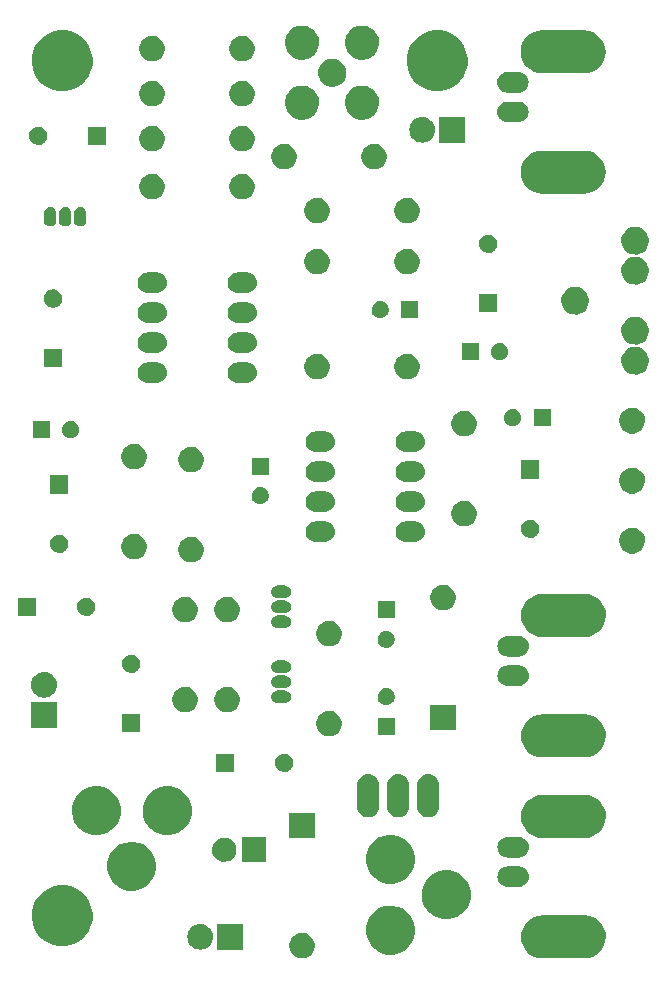
<source format=gts>
G04 This is an RS-274x file exported by *
G04 gerbv version 2.6.0 *
G04 More information is available about gerbv at *
G04 http://gerbv.gpleda.org/ *
G04 --End of header info--*
%MOIN*%
%FSLAX34Y34*%
%IPPOS*%
G04 --Define apertures--*
%ADD10C,0.0138*%
G04 --Start main section--*
G54D10*
G36*
G01X0042415Y-044989D02*
G01X0042415Y-044989D01*
G01X0042416Y-044989D01*
G01X0042555Y-045005D01*
G01X0042689Y-045047D01*
G01X0042812Y-045115D01*
G01X0042920Y-045205D01*
G01X0043007Y-045314D01*
G01X0043072Y-045439D01*
G01X0043112Y-045573D01*
G01X0043112Y-045573D01*
G01X0043112Y-045573D01*
G01X0043125Y-045713D01*
G01X0043110Y-045853D01*
G01X0043110Y-045853D01*
G01X0043110Y-045853D01*
G01X0043069Y-045987D01*
G01X0043002Y-046110D01*
G01X0042912Y-046218D01*
G01X0042804Y-046307D01*
G01X0042680Y-046373D01*
G01X0042545Y-046413D01*
G01X0042406Y-046427D01*
G01X0041014Y-046427D01*
G01X0041005Y-046427D01*
G01X0041005Y-046427D01*
G01X0041004Y-046427D01*
G01X0040865Y-046411D01*
G01X0040731Y-046369D01*
G01X0040608Y-046301D01*
G01X0040500Y-046211D01*
G01X0040413Y-046102D01*
G01X0040348Y-045977D01*
G01X0040308Y-045843D01*
G01X0040308Y-045843D01*
G01X0040308Y-045843D01*
G01X0040295Y-045703D01*
G01X0040310Y-045563D01*
G01X0040310Y-045563D01*
G01X0040310Y-045563D01*
G01X0040351Y-045429D01*
G01X0040418Y-045306D01*
G01X0040508Y-045198D01*
G01X0040616Y-045109D01*
G01X0040740Y-045043D01*
G01X0040875Y-045003D01*
G01X0041014Y-044989D01*
G01X0042406Y-044989D01*
G01X0042415Y-044989D01*
G01X0042415Y-044989D01*
G37*
G36*
G01X0033044Y-045577D02*
G01X0033126Y-045593D01*
G01X0033202Y-045626D01*
G01X0033271Y-045672D01*
G01X0033330Y-045731D01*
G01X0033376Y-045800D01*
G01X0033407Y-045877D01*
G01X0033423Y-045958D01*
G01X0033423Y-045958D01*
G01X0033424Y-045958D01*
G01X0033422Y-046053D01*
G01X0033422Y-046053D01*
G01X0033422Y-046053D01*
G01X0033404Y-046134D01*
G01X0033370Y-046210D01*
G01X0033322Y-046278D01*
G01X0033262Y-046335D01*
G01X0033192Y-046380D01*
G01X0033114Y-046410D01*
G01X0033033Y-046424D01*
G01X0032950Y-046423D01*
G01X0032868Y-046405D01*
G01X0032792Y-046371D01*
G01X0032724Y-046324D01*
G01X0032666Y-046264D01*
G01X0032622Y-046195D01*
G01X0032591Y-046117D01*
G01X0032576Y-046036D01*
G01X0032577Y-045953D01*
G01X0032594Y-045871D01*
G01X0032627Y-045795D01*
G01X0032674Y-045726D01*
G01X0032733Y-045668D01*
G01X0032803Y-045623D01*
G01X0032880Y-045592D01*
G01X0032961Y-045576D01*
G01X0033044Y-045577D01*
G01X0033044Y-045577D01*
G37*
G36*
G01X0036036Y-044664D02*
G01X0036193Y-044696D01*
G01X0036341Y-044758D01*
G01X0036474Y-044848D01*
G01X0036587Y-044962D01*
G01X0036675Y-045095D01*
G01X0036736Y-045244D01*
G01X0036767Y-045401D01*
G01X0036767Y-045401D01*
G01X0036767Y-045401D01*
G01X0036765Y-045584D01*
G01X0036765Y-045584D01*
G01X0036765Y-045584D01*
G01X0036729Y-045740D01*
G01X0036664Y-045887D01*
G01X0036572Y-046018D01*
G01X0036456Y-046128D01*
G01X0036320Y-046214D01*
G01X0036171Y-046272D01*
G01X0036013Y-046300D01*
G01X0035853Y-046297D01*
G01X0035696Y-046262D01*
G01X0035549Y-046198D01*
G01X0035418Y-046106D01*
G01X0035306Y-045991D01*
G01X0035219Y-045856D01*
G01X0035160Y-045707D01*
G01X0035132Y-045550D01*
G01X0035134Y-045389D01*
G01X0035167Y-045233D01*
G01X0035230Y-045085D01*
G01X0035321Y-044953D01*
G01X0035435Y-044841D01*
G01X0035569Y-044753D01*
G01X0035718Y-044693D01*
G01X0035876Y-044663D01*
G01X0036036Y-044664D01*
G01X0036036Y-044664D01*
G37*
G36*
G01X0029686Y-045277D02*
G01X0029686Y-045277D01*
G01X0029686Y-045277D01*
G01X0029767Y-045302D01*
G01X0029840Y-045341D01*
G01X0029905Y-045395D01*
G01X0029958Y-045460D01*
G01X0029998Y-045534D01*
G01X0030022Y-045614D01*
G01X0030030Y-045698D01*
G01X0030030Y-045702D01*
G01X0030030Y-045708D01*
G01X0030021Y-045791D01*
G01X0029995Y-045871D01*
G01X0029955Y-045945D01*
G01X0029901Y-046009D01*
G01X0029835Y-046062D01*
G01X0029761Y-046101D01*
G01X0029681Y-046124D01*
G01X0029681Y-046124D01*
G01X0029681Y-046124D01*
G01X0029597Y-046132D01*
G01X0029514Y-046123D01*
G01X0029514Y-046123D01*
G01X0029514Y-046123D01*
G01X0029433Y-046098D01*
G01X0029360Y-046059D01*
G01X0029295Y-046005D01*
G01X0029242Y-045940D01*
G01X0029202Y-045866D01*
G01X0029178Y-045786D01*
G01X0029170Y-045702D01*
G01X0029170Y-045698D01*
G01X0029170Y-045692D01*
G01X0029179Y-045609D01*
G01X0029205Y-045529D01*
G01X0029245Y-045455D01*
G01X0029299Y-045391D01*
G01X0029365Y-045338D01*
G01X0029439Y-045299D01*
G01X0029519Y-045276D01*
G01X0029519Y-045276D01*
G01X0029519Y-045276D01*
G01X0029603Y-045268D01*
G01X0029686Y-045277D01*
G01X0029686Y-045277D01*
G37*
G36*
G01X0031030Y-046130D02*
G01X0030170Y-046130D01*
G01X0030170Y-045270D01*
G01X0031030Y-045270D01*
G01X0031030Y-046130D01*
G01X0031030Y-046130D01*
G37*
G36*
G01X0025107Y-043986D02*
G01X0025301Y-044026D01*
G01X0025485Y-044103D01*
G01X0025650Y-044215D01*
G01X0025790Y-044356D01*
G01X0025900Y-044522D01*
G01X0025976Y-044705D01*
G01X0026014Y-044900D01*
G01X0026014Y-044900D01*
G01X0026014Y-044901D01*
G01X0026011Y-045128D01*
G01X0026011Y-045128D01*
G01X0026011Y-045128D01*
G01X0025967Y-045322D01*
G01X0025886Y-045503D01*
G01X0025771Y-045666D01*
G01X0025627Y-045803D01*
G01X0025460Y-045910D01*
G01X0025274Y-045982D01*
G01X0025078Y-046016D01*
G01X0024879Y-046012D01*
G01X0024685Y-045969D01*
G01X0024503Y-045890D01*
G01X0024339Y-045776D01*
G01X0024201Y-045633D01*
G01X0024094Y-045466D01*
G01X0024020Y-045281D01*
G01X0023984Y-045085D01*
G01X0023987Y-044886D01*
G01X0024029Y-044692D01*
G01X0024107Y-044509D01*
G01X0024219Y-044345D01*
G01X0024361Y-044206D01*
G01X0024528Y-044097D01*
G01X0024712Y-044022D01*
G01X0024908Y-043985D01*
G01X0025107Y-043986D01*
G01X0025107Y-043986D01*
G37*
G36*
G01X0037886Y-043483D02*
G01X0038043Y-043515D01*
G01X0038191Y-043577D01*
G01X0038324Y-043667D01*
G01X0038437Y-043781D01*
G01X0038525Y-043914D01*
G01X0038586Y-044063D01*
G01X0038617Y-044220D01*
G01X0038617Y-044220D01*
G01X0038617Y-044220D01*
G01X0038615Y-044403D01*
G01X0038615Y-044403D01*
G01X0038615Y-044403D01*
G01X0038579Y-044559D01*
G01X0038514Y-044706D01*
G01X0038422Y-044837D01*
G01X0038306Y-044947D01*
G01X0038170Y-045033D01*
G01X0038021Y-045091D01*
G01X0037863Y-045119D01*
G01X0037703Y-045116D01*
G01X0037546Y-045081D01*
G01X0037399Y-045017D01*
G01X0037268Y-044925D01*
G01X0037156Y-044810D01*
G01X0037069Y-044675D01*
G01X0037010Y-044526D01*
G01X0036982Y-044369D01*
G01X0036984Y-044208D01*
G01X0037017Y-044052D01*
G01X0037080Y-043904D01*
G01X0037171Y-043772D01*
G01X0037285Y-043660D01*
G01X0037419Y-043572D01*
G01X0037568Y-043512D01*
G01X0037726Y-043482D01*
G01X0037886Y-043483D01*
G01X0037886Y-043483D01*
G37*
G36*
G01X0027405Y-042533D02*
G01X0027562Y-042565D01*
G01X0027710Y-042627D01*
G01X0027843Y-042717D01*
G01X0027956Y-042831D01*
G01X0028044Y-042964D01*
G01X0028105Y-043113D01*
G01X0028136Y-043270D01*
G01X0028136Y-043270D01*
G01X0028136Y-043270D01*
G01X0028134Y-043453D01*
G01X0028134Y-043453D01*
G01X0028134Y-043453D01*
G01X0028098Y-043609D01*
G01X0028033Y-043756D01*
G01X0027941Y-043887D01*
G01X0027825Y-043997D01*
G01X0027689Y-044083D01*
G01X0027540Y-044141D01*
G01X0027382Y-044169D01*
G01X0027222Y-044166D01*
G01X0027065Y-044131D01*
G01X0026918Y-044067D01*
G01X0026787Y-043975D01*
G01X0026675Y-043860D01*
G01X0026588Y-043725D01*
G01X0026529Y-043576D01*
G01X0026501Y-043419D01*
G01X0026503Y-043258D01*
G01X0026536Y-043102D01*
G01X0026599Y-042954D01*
G01X0026690Y-042822D01*
G01X0026804Y-042710D01*
G01X0026938Y-042622D01*
G01X0027087Y-042562D01*
G01X0027245Y-042532D01*
G01X0027405Y-042533D01*
G01X0027405Y-042533D01*
G37*
G36*
G01X0040212Y-043355D02*
G01X0040215Y-043355D01*
G01X0040282Y-043363D01*
G01X0040346Y-043383D01*
G01X0040405Y-043415D01*
G01X0040457Y-043459D01*
G01X0040499Y-043511D01*
G01X0040530Y-043571D01*
G01X0040549Y-043635D01*
G01X0040549Y-043635D01*
G01X0040549Y-043635D01*
G01X0040556Y-043702D01*
G01X0040548Y-043769D01*
G01X0040548Y-043769D01*
G01X0040548Y-043769D01*
G01X0040529Y-043834D01*
G01X0040497Y-043893D01*
G01X0040454Y-043945D01*
G01X0040401Y-043987D01*
G01X0040342Y-044019D01*
G01X0040278Y-044038D01*
G01X0040211Y-044045D01*
G01X0039851Y-044045D01*
G01X0039850Y-044045D01*
G01X0039847Y-044045D01*
G01X0039780Y-044037D01*
G01X0039716Y-044017D01*
G01X0039657Y-043985D01*
G01X0039605Y-043941D01*
G01X0039563Y-043889D01*
G01X0039532Y-043829D01*
G01X0039513Y-043765D01*
G01X0039513Y-043765D01*
G01X0039513Y-043765D01*
G01X0039506Y-043698D01*
G01X0039514Y-043631D01*
G01X0039514Y-043631D01*
G01X0039514Y-043631D01*
G01X0039533Y-043566D01*
G01X0039565Y-043507D01*
G01X0039608Y-043455D01*
G01X0039661Y-043413D01*
G01X0039720Y-043381D01*
G01X0039784Y-043362D01*
G01X0039851Y-043355D01*
G01X0040211Y-043355D01*
G01X0040212Y-043355D01*
G01X0040212Y-043355D01*
G37*
G36*
G01X0036036Y-042302D02*
G01X0036193Y-042334D01*
G01X0036341Y-042396D01*
G01X0036474Y-042486D01*
G01X0036587Y-042600D01*
G01X0036675Y-042733D01*
G01X0036736Y-042882D01*
G01X0036767Y-043039D01*
G01X0036767Y-043039D01*
G01X0036767Y-043039D01*
G01X0036765Y-043222D01*
G01X0036765Y-043222D01*
G01X0036765Y-043222D01*
G01X0036729Y-043378D01*
G01X0036664Y-043525D01*
G01X0036572Y-043656D01*
G01X0036456Y-043766D01*
G01X0036320Y-043852D01*
G01X0036171Y-043910D01*
G01X0036013Y-043938D01*
G01X0035853Y-043935D01*
G01X0035696Y-043900D01*
G01X0035549Y-043836D01*
G01X0035418Y-043744D01*
G01X0035306Y-043629D01*
G01X0035219Y-043494D01*
G01X0035160Y-043345D01*
G01X0035132Y-043188D01*
G01X0035134Y-043027D01*
G01X0035167Y-042871D01*
G01X0035230Y-042723D01*
G01X0035321Y-042591D01*
G01X0035435Y-042479D01*
G01X0035569Y-042391D01*
G01X0035718Y-042331D01*
G01X0035876Y-042301D01*
G01X0036036Y-042302D01*
G01X0036036Y-042302D01*
G37*
G36*
G01X0031804Y-043224D02*
G01X0030996Y-043224D01*
G01X0030996Y-042376D01*
G01X0031804Y-042376D01*
G01X0031804Y-043224D01*
G01X0031804Y-043224D01*
G37*
G36*
G01X0030442Y-042396D02*
G01X0030520Y-042412D01*
G01X0030593Y-042443D01*
G01X0030659Y-042487D01*
G01X0030715Y-042543D01*
G01X0030758Y-042609D01*
G01X0030789Y-042683D01*
G01X0030804Y-042760D01*
G01X0030804Y-042760D01*
G01X0030804Y-042760D01*
G01X0030803Y-042851D01*
G01X0030803Y-042851D01*
G01X0030803Y-042851D01*
G01X0030785Y-042928D01*
G01X0030753Y-043001D01*
G01X0030707Y-043065D01*
G01X0030650Y-043120D01*
G01X0030583Y-043162D01*
G01X0030509Y-043191D01*
G01X0030431Y-043205D01*
G01X0030352Y-043203D01*
G01X0030275Y-043186D01*
G01X0030202Y-043154D01*
G01X0030137Y-043109D01*
G01X0030082Y-043052D01*
G01X0030039Y-042986D01*
G01X0030010Y-042912D01*
G01X0029995Y-042834D01*
G01X0029997Y-042755D01*
G01X0030013Y-042677D01*
G01X0030044Y-042604D01*
G01X0030089Y-042539D01*
G01X0030146Y-042484D01*
G01X0030212Y-042440D01*
G01X0030285Y-042411D01*
G01X0030363Y-042396D01*
G01X0030442Y-042396D01*
G01X0030442Y-042396D01*
G37*
G36*
G01X0040212Y-042371D02*
G01X0040215Y-042371D01*
G01X0040282Y-042379D01*
G01X0040346Y-042399D01*
G01X0040405Y-042431D01*
G01X0040457Y-042475D01*
G01X0040499Y-042527D01*
G01X0040530Y-042587D01*
G01X0040549Y-042651D01*
G01X0040549Y-042651D01*
G01X0040549Y-042651D01*
G01X0040556Y-042718D01*
G01X0040548Y-042785D01*
G01X0040548Y-042785D01*
G01X0040548Y-042785D01*
G01X0040529Y-042850D01*
G01X0040497Y-042909D01*
G01X0040454Y-042961D01*
G01X0040401Y-043003D01*
G01X0040342Y-043035D01*
G01X0040278Y-043054D01*
G01X0040211Y-043061D01*
G01X0039851Y-043061D01*
G01X0039850Y-043061D01*
G01X0039847Y-043061D01*
G01X0039780Y-043053D01*
G01X0039716Y-043033D01*
G01X0039657Y-043001D01*
G01X0039605Y-042957D01*
G01X0039563Y-042905D01*
G01X0039532Y-042845D01*
G01X0039513Y-042781D01*
G01X0039513Y-042781D01*
G01X0039513Y-042781D01*
G01X0039506Y-042714D01*
G01X0039514Y-042647D01*
G01X0039514Y-042647D01*
G01X0039514Y-042647D01*
G01X0039533Y-042582D01*
G01X0039565Y-042523D01*
G01X0039608Y-042471D01*
G01X0039661Y-042429D01*
G01X0039720Y-042397D01*
G01X0039784Y-042378D01*
G01X0039851Y-042371D01*
G01X0040211Y-042371D01*
G01X0040212Y-042371D01*
G01X0040212Y-042371D01*
G37*
G36*
G01X0033424Y-042423D02*
G01X0032577Y-042423D01*
G01X0032577Y-041576D01*
G01X0033424Y-041576D01*
G01X0033424Y-042423D01*
G01X0033424Y-042423D01*
G37*
G36*
G01X0042415Y-040974D02*
G01X0042415Y-040974D01*
G01X0042416Y-040974D01*
G01X0042555Y-040990D01*
G01X0042689Y-041032D01*
G01X0042812Y-041100D01*
G01X0042920Y-041190D01*
G01X0043007Y-041299D01*
G01X0043072Y-041424D01*
G01X0043112Y-041558D01*
G01X0043112Y-041558D01*
G01X0043112Y-041558D01*
G01X0043125Y-041698D01*
G01X0043110Y-041838D01*
G01X0043110Y-041838D01*
G01X0043110Y-041838D01*
G01X0043069Y-041972D01*
G01X0043002Y-042095D01*
G01X0042912Y-042203D01*
G01X0042804Y-042292D01*
G01X0042680Y-042358D01*
G01X0042545Y-042398D01*
G01X0042406Y-042412D01*
G01X0041014Y-042412D01*
G01X0041005Y-042412D01*
G01X0041005Y-042412D01*
G01X0041004Y-042412D01*
G01X0040865Y-042396D01*
G01X0040731Y-042354D01*
G01X0040608Y-042286D01*
G01X0040500Y-042196D01*
G01X0040413Y-042087D01*
G01X0040348Y-041962D01*
G01X0040308Y-041828D01*
G01X0040308Y-041828D01*
G01X0040308Y-041828D01*
G01X0040295Y-041688D01*
G01X0040310Y-041548D01*
G01X0040310Y-041548D01*
G01X0040310Y-041548D01*
G01X0040351Y-041414D01*
G01X0040418Y-041291D01*
G01X0040508Y-041183D01*
G01X0040616Y-041094D01*
G01X0040740Y-041028D01*
G01X0040875Y-040988D01*
G01X0041014Y-040974D01*
G01X0042406Y-040974D01*
G01X0042415Y-040974D01*
G01X0042415Y-040974D01*
G37*
G36*
G01X0028586Y-040683D02*
G01X0028743Y-040715D01*
G01X0028891Y-040777D01*
G01X0029024Y-040867D01*
G01X0029137Y-040981D01*
G01X0029225Y-041114D01*
G01X0029286Y-041263D01*
G01X0029317Y-041420D01*
G01X0029317Y-041420D01*
G01X0029317Y-041420D01*
G01X0029315Y-041603D01*
G01X0029315Y-041603D01*
G01X0029315Y-041603D01*
G01X0029279Y-041759D01*
G01X0029214Y-041906D01*
G01X0029122Y-042037D01*
G01X0029006Y-042147D01*
G01X0028870Y-042233D01*
G01X0028721Y-042291D01*
G01X0028563Y-042319D01*
G01X0028403Y-042316D01*
G01X0028246Y-042281D01*
G01X0028099Y-042217D01*
G01X0027968Y-042125D01*
G01X0027856Y-042010D01*
G01X0027769Y-041875D01*
G01X0027710Y-041726D01*
G01X0027682Y-041569D01*
G01X0027684Y-041408D01*
G01X0027717Y-041252D01*
G01X0027780Y-041104D01*
G01X0027871Y-040972D01*
G01X0027985Y-040860D01*
G01X0028119Y-040772D01*
G01X0028268Y-040712D01*
G01X0028426Y-040682D01*
G01X0028586Y-040683D01*
G01X0028586Y-040683D01*
G37*
G36*
G01X0026224Y-040683D02*
G01X0026381Y-040715D01*
G01X0026529Y-040777D01*
G01X0026662Y-040867D01*
G01X0026775Y-040981D01*
G01X0026863Y-041114D01*
G01X0026924Y-041263D01*
G01X0026955Y-041420D01*
G01X0026955Y-041420D01*
G01X0026955Y-041420D01*
G01X0026953Y-041603D01*
G01X0026953Y-041603D01*
G01X0026953Y-041603D01*
G01X0026917Y-041759D01*
G01X0026852Y-041906D01*
G01X0026760Y-042037D01*
G01X0026644Y-042147D01*
G01X0026508Y-042233D01*
G01X0026359Y-042291D01*
G01X0026201Y-042319D01*
G01X0026041Y-042316D01*
G01X0025884Y-042281D01*
G01X0025737Y-042217D01*
G01X0025606Y-042125D01*
G01X0025494Y-042010D01*
G01X0025407Y-041875D01*
G01X0025348Y-041726D01*
G01X0025320Y-041569D01*
G01X0025322Y-041408D01*
G01X0025355Y-041252D01*
G01X0025418Y-041104D01*
G01X0025509Y-040972D01*
G01X0025623Y-040860D01*
G01X0025757Y-040772D01*
G01X0025906Y-040712D01*
G01X0026064Y-040682D01*
G01X0026224Y-040683D01*
G01X0026224Y-040683D01*
G37*
G36*
G01X0036273Y-040285D02*
G01X0036273Y-040285D01*
G01X0036273Y-040285D01*
G01X0036341Y-040306D01*
G01X0036404Y-040340D01*
G01X0036459Y-040385D01*
G01X0036504Y-040440D01*
G01X0036537Y-040503D01*
G01X0036558Y-040571D01*
G01X0036565Y-040642D01*
G01X0036565Y-041358D01*
G01X0036564Y-041362D01*
G01X0036564Y-041362D01*
G01X0036564Y-041363D01*
G01X0036557Y-041434D01*
G01X0036535Y-041502D01*
G01X0036501Y-041564D01*
G01X0036455Y-041618D01*
G01X0036400Y-041663D01*
G01X0036337Y-041696D01*
G01X0036268Y-041716D01*
G01X0036268Y-041716D01*
G01X0036268Y-041716D01*
G01X0036197Y-041722D01*
G01X0036127Y-041715D01*
G01X0036127Y-041715D01*
G01X0036127Y-041715D01*
G01X0036059Y-041694D01*
G01X0035996Y-041660D01*
G01X0035941Y-041615D01*
G01X0035896Y-041560D01*
G01X0035863Y-041497D01*
G01X0035842Y-041429D01*
G01X0035836Y-041358D01*
G01X0035836Y-040642D01*
G01X0035836Y-040638D01*
G01X0035836Y-040638D01*
G01X0035836Y-040637D01*
G01X0035843Y-040566D01*
G01X0035865Y-040498D01*
G01X0035899Y-040436D01*
G01X0035945Y-040382D01*
G01X0036000Y-040337D01*
G01X0036063Y-040304D01*
G01X0036132Y-040284D01*
G01X0036132Y-040284D01*
G01X0036132Y-040284D01*
G01X0036203Y-040278D01*
G01X0036273Y-040285D01*
G01X0036273Y-040285D01*
G37*
G36*
G01X0037273Y-040285D02*
G01X0037273Y-040285D01*
G01X0037273Y-040285D01*
G01X0037341Y-040306D01*
G01X0037404Y-040340D01*
G01X0037459Y-040385D01*
G01X0037504Y-040440D01*
G01X0037537Y-040503D01*
G01X0037558Y-040571D01*
G01X0037565Y-040642D01*
G01X0037565Y-041358D01*
G01X0037564Y-041362D01*
G01X0037564Y-041362D01*
G01X0037564Y-041363D01*
G01X0037557Y-041434D01*
G01X0037535Y-041502D01*
G01X0037501Y-041564D01*
G01X0037455Y-041618D01*
G01X0037400Y-041663D01*
G01X0037337Y-041696D01*
G01X0037268Y-041716D01*
G01X0037268Y-041716D01*
G01X0037268Y-041716D01*
G01X0037197Y-041722D01*
G01X0037127Y-041715D01*
G01X0037127Y-041715D01*
G01X0037127Y-041715D01*
G01X0037059Y-041694D01*
G01X0036996Y-041660D01*
G01X0036941Y-041615D01*
G01X0036896Y-041560D01*
G01X0036863Y-041497D01*
G01X0036842Y-041429D01*
G01X0036836Y-041358D01*
G01X0036836Y-040642D01*
G01X0036836Y-040638D01*
G01X0036836Y-040638D01*
G01X0036836Y-040637D01*
G01X0036843Y-040566D01*
G01X0036865Y-040498D01*
G01X0036899Y-040436D01*
G01X0036945Y-040382D01*
G01X0037000Y-040337D01*
G01X0037063Y-040304D01*
G01X0037132Y-040284D01*
G01X0037132Y-040284D01*
G01X0037132Y-040284D01*
G01X0037203Y-040278D01*
G01X0037273Y-040285D01*
G01X0037273Y-040285D01*
G37*
G36*
G01X0035273Y-040285D02*
G01X0035273Y-040285D01*
G01X0035273Y-040285D01*
G01X0035341Y-040306D01*
G01X0035404Y-040340D01*
G01X0035459Y-040385D01*
G01X0035504Y-040440D01*
G01X0035537Y-040503D01*
G01X0035558Y-040571D01*
G01X0035565Y-040642D01*
G01X0035565Y-041358D01*
G01X0035564Y-041362D01*
G01X0035564Y-041362D01*
G01X0035564Y-041363D01*
G01X0035557Y-041434D01*
G01X0035535Y-041502D01*
G01X0035501Y-041564D01*
G01X0035455Y-041618D01*
G01X0035400Y-041663D01*
G01X0035337Y-041696D01*
G01X0035268Y-041716D01*
G01X0035268Y-041716D01*
G01X0035268Y-041716D01*
G01X0035197Y-041722D01*
G01X0035127Y-041715D01*
G01X0035127Y-041715D01*
G01X0035127Y-041715D01*
G01X0035059Y-041694D01*
G01X0034996Y-041660D01*
G01X0034941Y-041615D01*
G01X0034896Y-041560D01*
G01X0034863Y-041497D01*
G01X0034842Y-041429D01*
G01X0034836Y-041358D01*
G01X0034836Y-040642D01*
G01X0034836Y-040638D01*
G01X0034836Y-040638D01*
G01X0034836Y-040637D01*
G01X0034843Y-040566D01*
G01X0034865Y-040498D01*
G01X0034899Y-040436D01*
G01X0034945Y-040382D01*
G01X0035000Y-040337D01*
G01X0035063Y-040304D01*
G01X0035132Y-040284D01*
G01X0035132Y-040284D01*
G01X0035132Y-040284D01*
G01X0035203Y-040278D01*
G01X0035273Y-040285D01*
G01X0035273Y-040285D01*
G37*
G36*
G01X0032432Y-039595D02*
G01X0032491Y-039607D01*
G01X0032546Y-039630D01*
G01X0032596Y-039663D01*
G01X0032638Y-039706D01*
G01X0032671Y-039756D01*
G01X0032694Y-039811D01*
G01X0032705Y-039866D01*
G01X0032706Y-039870D01*
G01X0032705Y-039938D01*
G01X0032705Y-039939D01*
G01X0032705Y-039939D01*
G01X0032691Y-039997D01*
G01X0032667Y-040052D01*
G01X0032632Y-040101D01*
G01X0032589Y-040142D01*
G01X0032538Y-040174D01*
G01X0032483Y-040196D01*
G01X0032424Y-040206D01*
G01X0032364Y-040205D01*
G01X0032305Y-040192D01*
G01X0032250Y-040168D01*
G01X0032201Y-040134D01*
G01X0032159Y-040091D01*
G01X0032127Y-040040D01*
G01X0032105Y-039985D01*
G01X0032094Y-039926D01*
G01X0032095Y-039866D01*
G01X0032107Y-039807D01*
G01X0032131Y-039752D01*
G01X0032165Y-039703D01*
G01X0032208Y-039661D01*
G01X0032258Y-039628D01*
G01X0032313Y-039605D01*
G01X0032372Y-039594D01*
G01X0032432Y-039595D01*
G01X0032432Y-039595D01*
G37*
G36*
G01X0030737Y-040206D02*
G01X0030126Y-040206D01*
G01X0030126Y-039594D01*
G01X0030737Y-039594D01*
G01X0030737Y-040206D01*
G01X0030737Y-040206D01*
G37*
G36*
G01X0042415Y-038289D02*
G01X0042415Y-038289D01*
G01X0042416Y-038289D01*
G01X0042555Y-038305D01*
G01X0042689Y-038347D01*
G01X0042812Y-038415D01*
G01X0042920Y-038505D01*
G01X0043007Y-038614D01*
G01X0043072Y-038739D01*
G01X0043112Y-038873D01*
G01X0043112Y-038873D01*
G01X0043112Y-038873D01*
G01X0043125Y-039013D01*
G01X0043110Y-039153D01*
G01X0043110Y-039153D01*
G01X0043110Y-039153D01*
G01X0043069Y-039287D01*
G01X0043002Y-039410D01*
G01X0042912Y-039518D01*
G01X0042804Y-039607D01*
G01X0042680Y-039673D01*
G01X0042545Y-039713D01*
G01X0042406Y-039727D01*
G01X0041014Y-039727D01*
G01X0041005Y-039727D01*
G01X0041005Y-039727D01*
G01X0041004Y-039727D01*
G01X0040865Y-039711D01*
G01X0040731Y-039669D01*
G01X0040608Y-039601D01*
G01X0040500Y-039511D01*
G01X0040413Y-039402D01*
G01X0040348Y-039277D01*
G01X0040308Y-039143D01*
G01X0040308Y-039143D01*
G01X0040308Y-039143D01*
G01X0040295Y-039003D01*
G01X0040310Y-038863D01*
G01X0040310Y-038863D01*
G01X0040310Y-038863D01*
G01X0040351Y-038729D01*
G01X0040418Y-038606D01*
G01X0040508Y-038498D01*
G01X0040616Y-038409D01*
G01X0040740Y-038343D01*
G01X0040875Y-038303D01*
G01X0041014Y-038289D01*
G01X0042406Y-038289D01*
G01X0042415Y-038289D01*
G01X0042415Y-038289D01*
G37*
G36*
G01X0033944Y-038177D02*
G01X0034026Y-038193D01*
G01X0034102Y-038226D01*
G01X0034171Y-038272D01*
G01X0034230Y-038331D01*
G01X0034276Y-038400D01*
G01X0034307Y-038477D01*
G01X0034323Y-038558D01*
G01X0034323Y-038558D01*
G01X0034324Y-038558D01*
G01X0034322Y-038653D01*
G01X0034322Y-038653D01*
G01X0034322Y-038653D01*
G01X0034304Y-038734D01*
G01X0034270Y-038810D01*
G01X0034222Y-038878D01*
G01X0034162Y-038935D01*
G01X0034092Y-038980D01*
G01X0034014Y-039010D01*
G01X0033933Y-039024D01*
G01X0033850Y-039023D01*
G01X0033768Y-039005D01*
G01X0033692Y-038971D01*
G01X0033624Y-038924D01*
G01X0033566Y-038864D01*
G01X0033522Y-038795D01*
G01X0033491Y-038717D01*
G01X0033476Y-038636D01*
G01X0033477Y-038553D01*
G01X0033494Y-038471D01*
G01X0033527Y-038395D01*
G01X0033574Y-038326D01*
G01X0033633Y-038268D01*
G01X0033703Y-038223D01*
G01X0033780Y-038192D01*
G01X0033861Y-038176D01*
G01X0033944Y-038177D01*
G01X0033944Y-038177D01*
G37*
G36*
G01X0036086Y-038970D02*
G01X0035514Y-038970D01*
G01X0035514Y-038398D01*
G01X0036086Y-038398D01*
G01X0036086Y-038970D01*
G01X0036086Y-038970D01*
G37*
G36*
G01X0027606Y-038874D02*
G01X0026994Y-038874D01*
G01X0026994Y-038263D01*
G01X0027606Y-038263D01*
G01X0027606Y-038874D01*
G01X0027606Y-038874D01*
G37*
G36*
G01X0038122Y-038823D02*
G01X0037275Y-038823D01*
G01X0037275Y-037976D01*
G01X0038122Y-037976D01*
G01X0038122Y-038823D01*
G01X0038122Y-038823D01*
G37*
G36*
G01X0024830Y-038730D02*
G01X0023970Y-038730D01*
G01X0023970Y-037870D01*
G01X0024830Y-037870D01*
G01X0024830Y-038730D01*
G01X0024830Y-038730D01*
G37*
G36*
G01X0029144Y-037377D02*
G01X0029226Y-037393D01*
G01X0029302Y-037426D01*
G01X0029371Y-037472D01*
G01X0029430Y-037531D01*
G01X0029476Y-037600D01*
G01X0029507Y-037677D01*
G01X0029523Y-037758D01*
G01X0029523Y-037758D01*
G01X0029524Y-037758D01*
G01X0029522Y-037853D01*
G01X0029522Y-037853D01*
G01X0029522Y-037853D01*
G01X0029504Y-037934D01*
G01X0029470Y-038010D01*
G01X0029422Y-038078D01*
G01X0029362Y-038135D01*
G01X0029292Y-038180D01*
G01X0029214Y-038210D01*
G01X0029133Y-038224D01*
G01X0029050Y-038223D01*
G01X0028968Y-038205D01*
G01X0028892Y-038171D01*
G01X0028824Y-038124D01*
G01X0028766Y-038064D01*
G01X0028722Y-037995D01*
G01X0028691Y-037917D01*
G01X0028676Y-037836D01*
G01X0028677Y-037753D01*
G01X0028694Y-037671D01*
G01X0028727Y-037595D01*
G01X0028774Y-037526D01*
G01X0028833Y-037468D01*
G01X0028903Y-037423D01*
G01X0028980Y-037392D01*
G01X0029061Y-037376D01*
G01X0029144Y-037377D01*
G01X0029144Y-037377D01*
G37*
G36*
G01X0030544Y-037377D02*
G01X0030626Y-037393D01*
G01X0030702Y-037426D01*
G01X0030771Y-037472D01*
G01X0030830Y-037531D01*
G01X0030876Y-037600D01*
G01X0030907Y-037677D01*
G01X0030923Y-037758D01*
G01X0030923Y-037758D01*
G01X0030924Y-037758D01*
G01X0030922Y-037853D01*
G01X0030922Y-037853D01*
G01X0030922Y-037853D01*
G01X0030904Y-037934D01*
G01X0030870Y-038010D01*
G01X0030822Y-038078D01*
G01X0030762Y-038135D01*
G01X0030692Y-038180D01*
G01X0030614Y-038210D01*
G01X0030533Y-038224D01*
G01X0030450Y-038223D01*
G01X0030368Y-038205D01*
G01X0030292Y-038171D01*
G01X0030224Y-038124D01*
G01X0030166Y-038064D01*
G01X0030122Y-037995D01*
G01X0030091Y-037917D01*
G01X0030076Y-037836D01*
G01X0030077Y-037753D01*
G01X0030094Y-037671D01*
G01X0030127Y-037595D01*
G01X0030174Y-037526D01*
G01X0030233Y-037468D01*
G01X0030303Y-037423D01*
G01X0030380Y-037392D01*
G01X0030461Y-037376D01*
G01X0030544Y-037377D01*
G01X0030544Y-037377D01*
G37*
G36*
G01X0035830Y-037414D02*
G01X0035885Y-037426D01*
G01X0035937Y-037447D01*
G01X0035983Y-037479D01*
G01X0036023Y-037518D01*
G01X0036054Y-037565D01*
G01X0036075Y-037617D01*
G01X0036086Y-037672D01*
G01X0036086Y-037672D01*
G01X0036086Y-037672D01*
G01X0036085Y-037736D01*
G01X0036085Y-037736D01*
G01X0036085Y-037736D01*
G01X0036073Y-037791D01*
G01X0036050Y-037842D01*
G01X0036017Y-037888D01*
G01X0035977Y-037926D01*
G01X0035930Y-037956D01*
G01X0035877Y-037977D01*
G01X0035822Y-037986D01*
G01X0035766Y-037985D01*
G01X0035711Y-037973D01*
G01X0035660Y-037951D01*
G01X0035614Y-037919D01*
G01X0035575Y-037878D01*
G01X0035544Y-037831D01*
G01X0035524Y-037779D01*
G01X0035514Y-037724D01*
G01X0035515Y-037668D01*
G01X0035526Y-037613D01*
G01X0035548Y-037562D01*
G01X0035580Y-037515D01*
G01X0035620Y-037476D01*
G01X0035667Y-037445D01*
G01X0035719Y-037424D01*
G01X0035774Y-037414D01*
G01X0035830Y-037414D01*
G01X0035830Y-037414D01*
G37*
G36*
G01X0032421Y-037493D02*
G01X0032423Y-037493D01*
G01X0032463Y-037498D01*
G01X0032502Y-037510D01*
G01X0032537Y-037529D01*
G01X0032568Y-037555D01*
G01X0032593Y-037587D01*
G01X0032612Y-037622D01*
G01X0032623Y-037661D01*
G01X0032623Y-037661D01*
G01X0032623Y-037661D01*
G01X0032627Y-037701D01*
G01X0032623Y-037742D01*
G01X0032623Y-037742D01*
G01X0032623Y-037742D01*
G01X0032611Y-037780D01*
G01X0032592Y-037816D01*
G01X0032566Y-037847D01*
G01X0032535Y-037872D01*
G01X0032499Y-037891D01*
G01X0032460Y-037903D01*
G01X0032420Y-037907D01*
G01X0032180Y-037907D01*
G01X0032179Y-037907D01*
G01X0032177Y-037907D01*
G01X0032137Y-037902D01*
G01X0032098Y-037890D01*
G01X0032063Y-037871D01*
G01X0032032Y-037845D01*
G01X0032007Y-037813D01*
G01X0031988Y-037778D01*
G01X0031977Y-037739D01*
G01X0031977Y-037739D01*
G01X0031977Y-037739D01*
G01X0031973Y-037699D01*
G01X0031977Y-037658D01*
G01X0031977Y-037658D01*
G01X0031977Y-037658D01*
G01X0031989Y-037620D01*
G01X0032008Y-037584D01*
G01X0032034Y-037553D01*
G01X0032065Y-037528D01*
G01X0032101Y-037509D01*
G01X0032140Y-037497D01*
G01X0032180Y-037493D01*
G01X0032420Y-037493D01*
G01X0032421Y-037493D01*
G01X0032421Y-037493D01*
G37*
G36*
G01X0024404Y-036870D02*
G01X0024408Y-036870D01*
G01X0024491Y-036879D01*
G01X0024571Y-036905D01*
G01X0024645Y-036945D01*
G01X0024709Y-036999D01*
G01X0024762Y-037065D01*
G01X0024801Y-037139D01*
G01X0024824Y-037219D01*
G01X0024824Y-037219D01*
G01X0024824Y-037219D01*
G01X0024832Y-037303D01*
G01X0024823Y-037386D01*
G01X0024823Y-037386D01*
G01X0024823Y-037386D01*
G01X0024798Y-037467D01*
G01X0024759Y-037540D01*
G01X0024705Y-037605D01*
G01X0024640Y-037658D01*
G01X0024566Y-037698D01*
G01X0024486Y-037722D01*
G01X0024402Y-037730D01*
G01X0024398Y-037730D01*
G01X0024396Y-037730D01*
G01X0024392Y-037730D01*
G01X0024309Y-037721D01*
G01X0024229Y-037695D01*
G01X0024155Y-037655D01*
G01X0024091Y-037601D01*
G01X0024038Y-037535D01*
G01X0023999Y-037461D01*
G01X0023976Y-037381D01*
G01X0023976Y-037381D01*
G01X0023976Y-037381D01*
G01X0023968Y-037297D01*
G01X0023977Y-037214D01*
G01X0023977Y-037214D01*
G01X0023977Y-037214D01*
G01X0024002Y-037133D01*
G01X0024041Y-037060D01*
G01X0024095Y-036995D01*
G01X0024160Y-036942D01*
G01X0024234Y-036902D01*
G01X0024314Y-036878D01*
G01X0024398Y-036870D01*
G01X0024402Y-036870D01*
G01X0024404Y-036870D01*
G01X0024404Y-036870D01*
G37*
G36*
G01X0032421Y-036993D02*
G01X0032423Y-036993D01*
G01X0032463Y-036998D01*
G01X0032502Y-037010D01*
G01X0032537Y-037029D01*
G01X0032568Y-037055D01*
G01X0032593Y-037087D01*
G01X0032612Y-037122D01*
G01X0032623Y-037161D01*
G01X0032623Y-037161D01*
G01X0032623Y-037161D01*
G01X0032627Y-037201D01*
G01X0032623Y-037242D01*
G01X0032623Y-037242D01*
G01X0032623Y-037242D01*
G01X0032611Y-037280D01*
G01X0032592Y-037316D01*
G01X0032566Y-037347D01*
G01X0032535Y-037372D01*
G01X0032499Y-037391D01*
G01X0032460Y-037403D01*
G01X0032420Y-037407D01*
G01X0032180Y-037407D01*
G01X0032179Y-037407D01*
G01X0032177Y-037407D01*
G01X0032137Y-037402D01*
G01X0032098Y-037390D01*
G01X0032063Y-037371D01*
G01X0032032Y-037345D01*
G01X0032007Y-037313D01*
G01X0031988Y-037278D01*
G01X0031977Y-037239D01*
G01X0031977Y-037239D01*
G01X0031977Y-037239D01*
G01X0031973Y-037199D01*
G01X0031977Y-037158D01*
G01X0031977Y-037158D01*
G01X0031977Y-037158D01*
G01X0031989Y-037120D01*
G01X0032008Y-037084D01*
G01X0032034Y-037053D01*
G01X0032065Y-037028D01*
G01X0032101Y-037009D01*
G01X0032140Y-036997D01*
G01X0032180Y-036993D01*
G01X0032420Y-036993D01*
G01X0032421Y-036993D01*
G01X0032421Y-036993D01*
G37*
G36*
G01X0040212Y-036655D02*
G01X0040215Y-036655D01*
G01X0040282Y-036663D01*
G01X0040346Y-036683D01*
G01X0040405Y-036715D01*
G01X0040457Y-036759D01*
G01X0040499Y-036811D01*
G01X0040530Y-036871D01*
G01X0040549Y-036935D01*
G01X0040549Y-036935D01*
G01X0040549Y-036935D01*
G01X0040556Y-037002D01*
G01X0040548Y-037069D01*
G01X0040548Y-037069D01*
G01X0040548Y-037069D01*
G01X0040529Y-037134D01*
G01X0040497Y-037193D01*
G01X0040454Y-037245D01*
G01X0040401Y-037287D01*
G01X0040342Y-037319D01*
G01X0040278Y-037338D01*
G01X0040211Y-037345D01*
G01X0039851Y-037345D01*
G01X0039850Y-037345D01*
G01X0039847Y-037345D01*
G01X0039780Y-037337D01*
G01X0039716Y-037317D01*
G01X0039657Y-037285D01*
G01X0039605Y-037241D01*
G01X0039563Y-037189D01*
G01X0039532Y-037129D01*
G01X0039513Y-037065D01*
G01X0039513Y-037065D01*
G01X0039513Y-037065D01*
G01X0039506Y-036998D01*
G01X0039514Y-036931D01*
G01X0039514Y-036931D01*
G01X0039514Y-036931D01*
G01X0039533Y-036866D01*
G01X0039565Y-036807D01*
G01X0039608Y-036755D01*
G01X0039661Y-036713D01*
G01X0039720Y-036681D01*
G01X0039784Y-036662D01*
G01X0039851Y-036655D01*
G01X0040211Y-036655D01*
G01X0040212Y-036655D01*
G01X0040212Y-036655D01*
G37*
G36*
G01X0032421Y-036493D02*
G01X0032423Y-036493D01*
G01X0032463Y-036498D01*
G01X0032502Y-036510D01*
G01X0032537Y-036529D01*
G01X0032568Y-036555D01*
G01X0032593Y-036587D01*
G01X0032612Y-036622D01*
G01X0032623Y-036661D01*
G01X0032623Y-036661D01*
G01X0032623Y-036661D01*
G01X0032627Y-036701D01*
G01X0032623Y-036742D01*
G01X0032623Y-036742D01*
G01X0032623Y-036742D01*
G01X0032611Y-036780D01*
G01X0032592Y-036816D01*
G01X0032566Y-036847D01*
G01X0032535Y-036872D01*
G01X0032499Y-036891D01*
G01X0032460Y-036903D01*
G01X0032420Y-036907D01*
G01X0032180Y-036907D01*
G01X0032179Y-036907D01*
G01X0032177Y-036907D01*
G01X0032137Y-036902D01*
G01X0032098Y-036890D01*
G01X0032063Y-036871D01*
G01X0032032Y-036845D01*
G01X0032007Y-036813D01*
G01X0031988Y-036778D01*
G01X0031977Y-036739D01*
G01X0031977Y-036739D01*
G01X0031977Y-036739D01*
G01X0031973Y-036699D01*
G01X0031977Y-036658D01*
G01X0031977Y-036658D01*
G01X0031977Y-036658D01*
G01X0031989Y-036620D01*
G01X0032008Y-036584D01*
G01X0032034Y-036553D01*
G01X0032065Y-036528D01*
G01X0032101Y-036509D01*
G01X0032140Y-036497D01*
G01X0032180Y-036493D01*
G01X0032420Y-036493D01*
G01X0032421Y-036493D01*
G01X0032421Y-036493D01*
G37*
G36*
G01X0027332Y-036295D02*
G01X0027391Y-036307D01*
G01X0027446Y-036330D01*
G01X0027496Y-036363D01*
G01X0027538Y-036406D01*
G01X0027571Y-036456D01*
G01X0027594Y-036511D01*
G01X0027605Y-036566D01*
G01X0027606Y-036570D01*
G01X0027605Y-036638D01*
G01X0027605Y-036639D01*
G01X0027605Y-036639D01*
G01X0027591Y-036697D01*
G01X0027567Y-036752D01*
G01X0027532Y-036801D01*
G01X0027489Y-036842D01*
G01X0027438Y-036874D01*
G01X0027383Y-036896D01*
G01X0027324Y-036906D01*
G01X0027264Y-036905D01*
G01X0027205Y-036892D01*
G01X0027150Y-036868D01*
G01X0027101Y-036834D01*
G01X0027059Y-036791D01*
G01X0027027Y-036740D01*
G01X0027005Y-036685D01*
G01X0026994Y-036626D01*
G01X0026995Y-036566D01*
G01X0027007Y-036507D01*
G01X0027031Y-036452D01*
G01X0027065Y-036403D01*
G01X0027108Y-036361D01*
G01X0027158Y-036328D01*
G01X0027213Y-036305D01*
G01X0027272Y-036294D01*
G01X0027332Y-036295D01*
G01X0027332Y-036295D01*
G37*
G36*
G01X0040212Y-035671D02*
G01X0040215Y-035671D01*
G01X0040282Y-035679D01*
G01X0040346Y-035699D01*
G01X0040405Y-035731D01*
G01X0040457Y-035775D01*
G01X0040499Y-035827D01*
G01X0040530Y-035887D01*
G01X0040549Y-035951D01*
G01X0040549Y-035951D01*
G01X0040549Y-035951D01*
G01X0040556Y-036018D01*
G01X0040548Y-036085D01*
G01X0040548Y-036085D01*
G01X0040548Y-036085D01*
G01X0040529Y-036150D01*
G01X0040497Y-036209D01*
G01X0040454Y-036261D01*
G01X0040401Y-036303D01*
G01X0040342Y-036335D01*
G01X0040278Y-036354D01*
G01X0040211Y-036361D01*
G01X0039851Y-036361D01*
G01X0039850Y-036361D01*
G01X0039847Y-036361D01*
G01X0039780Y-036353D01*
G01X0039716Y-036333D01*
G01X0039657Y-036301D01*
G01X0039605Y-036257D01*
G01X0039563Y-036205D01*
G01X0039532Y-036145D01*
G01X0039513Y-036081D01*
G01X0039513Y-036081D01*
G01X0039513Y-036081D01*
G01X0039506Y-036014D01*
G01X0039514Y-035947D01*
G01X0039514Y-035947D01*
G01X0039514Y-035947D01*
G01X0039533Y-035882D01*
G01X0039565Y-035823D01*
G01X0039608Y-035771D01*
G01X0039661Y-035729D01*
G01X0039720Y-035697D01*
G01X0039784Y-035678D01*
G01X0039851Y-035671D01*
G01X0040211Y-035671D01*
G01X0040212Y-035671D01*
G01X0040212Y-035671D01*
G37*
G36*
G01X0035830Y-035499D02*
G01X0035885Y-035510D01*
G01X0035937Y-035532D01*
G01X0035983Y-035563D01*
G01X0036023Y-035603D01*
G01X0036054Y-035649D01*
G01X0036075Y-035701D01*
G01X0036086Y-035756D01*
G01X0036086Y-035756D01*
G01X0036086Y-035756D01*
G01X0036085Y-035820D01*
G01X0036085Y-035820D01*
G01X0036085Y-035820D01*
G01X0036073Y-035875D01*
G01X0036050Y-035926D01*
G01X0036017Y-035972D01*
G01X0035977Y-036011D01*
G01X0035930Y-036041D01*
G01X0035877Y-036061D01*
G01X0035822Y-036071D01*
G01X0035766Y-036070D01*
G01X0035711Y-036057D01*
G01X0035660Y-036035D01*
G01X0035614Y-036003D01*
G01X0035575Y-035963D01*
G01X0035544Y-035916D01*
G01X0035524Y-035863D01*
G01X0035514Y-035808D01*
G01X0035515Y-035752D01*
G01X0035526Y-035697D01*
G01X0035548Y-035646D01*
G01X0035580Y-035600D01*
G01X0035620Y-035560D01*
G01X0035667Y-035530D01*
G01X0035719Y-035509D01*
G01X0035774Y-035498D01*
G01X0035830Y-035499D01*
G01X0035830Y-035499D01*
G37*
G36*
G01X0033944Y-035177D02*
G01X0034026Y-035193D01*
G01X0034102Y-035226D01*
G01X0034171Y-035272D01*
G01X0034230Y-035331D01*
G01X0034276Y-035400D01*
G01X0034307Y-035477D01*
G01X0034323Y-035558D01*
G01X0034323Y-035558D01*
G01X0034324Y-035558D01*
G01X0034322Y-035653D01*
G01X0034322Y-035653D01*
G01X0034322Y-035653D01*
G01X0034304Y-035734D01*
G01X0034270Y-035810D01*
G01X0034222Y-035878D01*
G01X0034162Y-035935D01*
G01X0034092Y-035980D01*
G01X0034014Y-036010D01*
G01X0033933Y-036024D01*
G01X0033850Y-036023D01*
G01X0033768Y-036005D01*
G01X0033692Y-035971D01*
G01X0033624Y-035924D01*
G01X0033566Y-035864D01*
G01X0033522Y-035795D01*
G01X0033491Y-035717D01*
G01X0033476Y-035636D01*
G01X0033477Y-035553D01*
G01X0033494Y-035471D01*
G01X0033527Y-035395D01*
G01X0033574Y-035326D01*
G01X0033633Y-035268D01*
G01X0033703Y-035223D01*
G01X0033780Y-035192D01*
G01X0033861Y-035176D01*
G01X0033944Y-035177D01*
G01X0033944Y-035177D01*
G37*
G36*
G01X0042415Y-034274D02*
G01X0042415Y-034274D01*
G01X0042416Y-034274D01*
G01X0042555Y-034290D01*
G01X0042689Y-034332D01*
G01X0042812Y-034400D01*
G01X0042920Y-034490D01*
G01X0043007Y-034599D01*
G01X0043072Y-034724D01*
G01X0043112Y-034858D01*
G01X0043112Y-034858D01*
G01X0043112Y-034858D01*
G01X0043125Y-034998D01*
G01X0043110Y-035138D01*
G01X0043110Y-035138D01*
G01X0043110Y-035138D01*
G01X0043069Y-035272D01*
G01X0043002Y-035395D01*
G01X0042912Y-035503D01*
G01X0042804Y-035592D01*
G01X0042680Y-035658D01*
G01X0042545Y-035698D01*
G01X0042406Y-035712D01*
G01X0041014Y-035712D01*
G01X0041005Y-035712D01*
G01X0041005Y-035712D01*
G01X0041004Y-035712D01*
G01X0040865Y-035696D01*
G01X0040731Y-035654D01*
G01X0040608Y-035586D01*
G01X0040500Y-035496D01*
G01X0040413Y-035387D01*
G01X0040348Y-035262D01*
G01X0040308Y-035128D01*
G01X0040308Y-035128D01*
G01X0040308Y-035128D01*
G01X0040295Y-034988D01*
G01X0040310Y-034848D01*
G01X0040310Y-034848D01*
G01X0040310Y-034848D01*
G01X0040351Y-034714D01*
G01X0040418Y-034591D01*
G01X0040508Y-034483D01*
G01X0040616Y-034394D01*
G01X0040740Y-034328D01*
G01X0040875Y-034288D01*
G01X0041014Y-034274D01*
G01X0042406Y-034274D01*
G01X0042415Y-034274D01*
G01X0042415Y-034274D01*
G37*
G36*
G01X0032421Y-034993D02*
G01X0032423Y-034993D01*
G01X0032463Y-034998D01*
G01X0032502Y-035010D01*
G01X0032537Y-035029D01*
G01X0032568Y-035055D01*
G01X0032593Y-035087D01*
G01X0032612Y-035122D01*
G01X0032623Y-035161D01*
G01X0032623Y-035161D01*
G01X0032623Y-035161D01*
G01X0032627Y-035201D01*
G01X0032623Y-035242D01*
G01X0032623Y-035242D01*
G01X0032623Y-035242D01*
G01X0032611Y-035280D01*
G01X0032592Y-035316D01*
G01X0032566Y-035347D01*
G01X0032535Y-035372D01*
G01X0032499Y-035391D01*
G01X0032460Y-035403D01*
G01X0032420Y-035407D01*
G01X0032180Y-035407D01*
G01X0032179Y-035407D01*
G01X0032177Y-035407D01*
G01X0032137Y-035402D01*
G01X0032098Y-035390D01*
G01X0032063Y-035371D01*
G01X0032032Y-035345D01*
G01X0032007Y-035313D01*
G01X0031988Y-035278D01*
G01X0031977Y-035239D01*
G01X0031977Y-035239D01*
G01X0031977Y-035239D01*
G01X0031973Y-035199D01*
G01X0031977Y-035158D01*
G01X0031977Y-035158D01*
G01X0031977Y-035158D01*
G01X0031989Y-035120D01*
G01X0032008Y-035084D01*
G01X0032034Y-035053D01*
G01X0032065Y-035028D01*
G01X0032101Y-035009D01*
G01X0032140Y-034997D01*
G01X0032180Y-034993D01*
G01X0032420Y-034993D01*
G01X0032421Y-034993D01*
G01X0032421Y-034993D01*
G37*
G36*
G01X0029144Y-034377D02*
G01X0029226Y-034393D01*
G01X0029302Y-034426D01*
G01X0029371Y-034472D01*
G01X0029430Y-034531D01*
G01X0029476Y-034600D01*
G01X0029507Y-034677D01*
G01X0029523Y-034758D01*
G01X0029523Y-034758D01*
G01X0029524Y-034758D01*
G01X0029522Y-034853D01*
G01X0029522Y-034853D01*
G01X0029522Y-034853D01*
G01X0029504Y-034934D01*
G01X0029470Y-035010D01*
G01X0029422Y-035078D01*
G01X0029362Y-035135D01*
G01X0029292Y-035180D01*
G01X0029214Y-035210D01*
G01X0029133Y-035224D01*
G01X0029050Y-035223D01*
G01X0028968Y-035205D01*
G01X0028892Y-035171D01*
G01X0028824Y-035124D01*
G01X0028766Y-035064D01*
G01X0028722Y-034995D01*
G01X0028691Y-034917D01*
G01X0028676Y-034836D01*
G01X0028677Y-034753D01*
G01X0028694Y-034671D01*
G01X0028727Y-034595D01*
G01X0028774Y-034526D01*
G01X0028833Y-034468D01*
G01X0028903Y-034423D01*
G01X0028980Y-034392D01*
G01X0029061Y-034376D01*
G01X0029144Y-034377D01*
G01X0029144Y-034377D01*
G37*
G36*
G01X0030544Y-034377D02*
G01X0030626Y-034393D01*
G01X0030702Y-034426D01*
G01X0030771Y-034472D01*
G01X0030830Y-034531D01*
G01X0030876Y-034600D01*
G01X0030907Y-034677D01*
G01X0030923Y-034758D01*
G01X0030923Y-034758D01*
G01X0030924Y-034758D01*
G01X0030922Y-034853D01*
G01X0030922Y-034853D01*
G01X0030922Y-034853D01*
G01X0030904Y-034934D01*
G01X0030870Y-035010D01*
G01X0030822Y-035078D01*
G01X0030762Y-035135D01*
G01X0030692Y-035180D01*
G01X0030614Y-035210D01*
G01X0030533Y-035224D01*
G01X0030450Y-035223D01*
G01X0030368Y-035205D01*
G01X0030292Y-035171D01*
G01X0030224Y-035124D01*
G01X0030166Y-035064D01*
G01X0030122Y-034995D01*
G01X0030091Y-034917D01*
G01X0030076Y-034836D01*
G01X0030077Y-034753D01*
G01X0030094Y-034671D01*
G01X0030127Y-034595D01*
G01X0030174Y-034526D01*
G01X0030233Y-034468D01*
G01X0030303Y-034423D01*
G01X0030380Y-034392D01*
G01X0030461Y-034376D01*
G01X0030544Y-034377D01*
G01X0030544Y-034377D01*
G37*
G36*
G01X0036086Y-035086D02*
G01X0035514Y-035086D01*
G01X0035514Y-034514D01*
G01X0036086Y-034514D01*
G01X0036086Y-035086D01*
G01X0036086Y-035086D01*
G37*
G36*
G01X0025832Y-034395D02*
G01X0025891Y-034407D01*
G01X0025946Y-034430D01*
G01X0025996Y-034463D01*
G01X0026038Y-034506D01*
G01X0026071Y-034556D01*
G01X0026094Y-034611D01*
G01X0026105Y-034666D01*
G01X0026106Y-034670D01*
G01X0026105Y-034738D01*
G01X0026105Y-034739D01*
G01X0026105Y-034739D01*
G01X0026091Y-034797D01*
G01X0026067Y-034852D01*
G01X0026032Y-034901D01*
G01X0025989Y-034942D01*
G01X0025938Y-034974D01*
G01X0025883Y-034996D01*
G01X0025824Y-035006D01*
G01X0025764Y-035005D01*
G01X0025705Y-034992D01*
G01X0025650Y-034968D01*
G01X0025601Y-034934D01*
G01X0025559Y-034891D01*
G01X0025527Y-034840D01*
G01X0025505Y-034785D01*
G01X0025494Y-034726D01*
G01X0025495Y-034666D01*
G01X0025507Y-034607D01*
G01X0025531Y-034552D01*
G01X0025565Y-034503D01*
G01X0025608Y-034461D01*
G01X0025658Y-034428D01*
G01X0025713Y-034405D01*
G01X0025772Y-034394D01*
G01X0025832Y-034395D01*
G01X0025832Y-034395D01*
G37*
G36*
G01X0024137Y-035006D02*
G01X0023526Y-035006D01*
G01X0023526Y-034394D01*
G01X0024137Y-034394D01*
G01X0024137Y-035006D01*
G01X0024137Y-035006D01*
G37*
G36*
G01X0032421Y-034493D02*
G01X0032423Y-034493D01*
G01X0032463Y-034498D01*
G01X0032502Y-034510D01*
G01X0032537Y-034529D01*
G01X0032568Y-034555D01*
G01X0032593Y-034587D01*
G01X0032612Y-034622D01*
G01X0032623Y-034661D01*
G01X0032623Y-034661D01*
G01X0032623Y-034661D01*
G01X0032627Y-034701D01*
G01X0032623Y-034742D01*
G01X0032623Y-034742D01*
G01X0032623Y-034742D01*
G01X0032611Y-034780D01*
G01X0032592Y-034816D01*
G01X0032566Y-034847D01*
G01X0032535Y-034872D01*
G01X0032499Y-034891D01*
G01X0032460Y-034903D01*
G01X0032420Y-034907D01*
G01X0032180Y-034907D01*
G01X0032179Y-034907D01*
G01X0032177Y-034907D01*
G01X0032137Y-034902D01*
G01X0032098Y-034890D01*
G01X0032063Y-034871D01*
G01X0032032Y-034845D01*
G01X0032007Y-034813D01*
G01X0031988Y-034778D01*
G01X0031977Y-034739D01*
G01X0031977Y-034739D01*
G01X0031977Y-034739D01*
G01X0031973Y-034699D01*
G01X0031977Y-034658D01*
G01X0031977Y-034658D01*
G01X0031977Y-034658D01*
G01X0031989Y-034620D01*
G01X0032008Y-034584D01*
G01X0032034Y-034553D01*
G01X0032065Y-034528D01*
G01X0032101Y-034509D01*
G01X0032140Y-034497D01*
G01X0032180Y-034493D01*
G01X0032420Y-034493D01*
G01X0032421Y-034493D01*
G01X0032421Y-034493D01*
G37*
G36*
G01X0037742Y-033977D02*
G01X0037824Y-033993D01*
G01X0037900Y-034026D01*
G01X0037969Y-034072D01*
G01X0038028Y-034131D01*
G01X0038074Y-034200D01*
G01X0038105Y-034277D01*
G01X0038121Y-034358D01*
G01X0038121Y-034358D01*
G01X0038122Y-034358D01*
G01X0038120Y-034453D01*
G01X0038120Y-034453D01*
G01X0038120Y-034453D01*
G01X0038102Y-034534D01*
G01X0038068Y-034610D01*
G01X0038020Y-034678D01*
G01X0037960Y-034735D01*
G01X0037890Y-034780D01*
G01X0037812Y-034810D01*
G01X0037731Y-034824D01*
G01X0037648Y-034823D01*
G01X0037566Y-034805D01*
G01X0037490Y-034771D01*
G01X0037422Y-034724D01*
G01X0037364Y-034664D01*
G01X0037320Y-034595D01*
G01X0037289Y-034517D01*
G01X0037274Y-034436D01*
G01X0037275Y-034353D01*
G01X0037292Y-034271D01*
G01X0037325Y-034195D01*
G01X0037372Y-034126D01*
G01X0037431Y-034068D01*
G01X0037501Y-034023D01*
G01X0037578Y-033992D01*
G01X0037659Y-033976D01*
G01X0037742Y-033977D01*
G01X0037742Y-033977D01*
G37*
G36*
G01X0032421Y-033993D02*
G01X0032423Y-033993D01*
G01X0032463Y-033998D01*
G01X0032502Y-034010D01*
G01X0032537Y-034029D01*
G01X0032568Y-034055D01*
G01X0032593Y-034087D01*
G01X0032612Y-034122D01*
G01X0032623Y-034161D01*
G01X0032623Y-034161D01*
G01X0032623Y-034161D01*
G01X0032627Y-034201D01*
G01X0032623Y-034242D01*
G01X0032623Y-034242D01*
G01X0032623Y-034242D01*
G01X0032611Y-034280D01*
G01X0032592Y-034316D01*
G01X0032566Y-034347D01*
G01X0032535Y-034372D01*
G01X0032499Y-034391D01*
G01X0032460Y-034403D01*
G01X0032420Y-034407D01*
G01X0032180Y-034407D01*
G01X0032179Y-034407D01*
G01X0032177Y-034407D01*
G01X0032137Y-034402D01*
G01X0032098Y-034390D01*
G01X0032063Y-034371D01*
G01X0032032Y-034345D01*
G01X0032007Y-034313D01*
G01X0031988Y-034278D01*
G01X0031977Y-034239D01*
G01X0031977Y-034239D01*
G01X0031977Y-034239D01*
G01X0031973Y-034199D01*
G01X0031977Y-034158D01*
G01X0031977Y-034158D01*
G01X0031977Y-034158D01*
G01X0031989Y-034120D01*
G01X0032008Y-034084D01*
G01X0032034Y-034053D01*
G01X0032065Y-034028D01*
G01X0032101Y-034009D01*
G01X0032140Y-033997D01*
G01X0032180Y-033993D01*
G01X0032420Y-033993D01*
G01X0032421Y-033993D01*
G01X0032421Y-033993D01*
G37*
G36*
G01X0029344Y-032377D02*
G01X0029426Y-032393D01*
G01X0029502Y-032426D01*
G01X0029571Y-032472D01*
G01X0029630Y-032531D01*
G01X0029676Y-032600D01*
G01X0029707Y-032677D01*
G01X0029723Y-032758D01*
G01X0029723Y-032758D01*
G01X0029724Y-032758D01*
G01X0029722Y-032853D01*
G01X0029722Y-032853D01*
G01X0029722Y-032853D01*
G01X0029704Y-032934D01*
G01X0029670Y-033010D01*
G01X0029622Y-033078D01*
G01X0029562Y-033135D01*
G01X0029492Y-033180D01*
G01X0029414Y-033210D01*
G01X0029333Y-033224D01*
G01X0029250Y-033223D01*
G01X0029168Y-033205D01*
G01X0029092Y-033171D01*
G01X0029024Y-033124D01*
G01X0028966Y-033064D01*
G01X0028922Y-032995D01*
G01X0028891Y-032917D01*
G01X0028876Y-032836D01*
G01X0028877Y-032753D01*
G01X0028894Y-032671D01*
G01X0028927Y-032595D01*
G01X0028974Y-032526D01*
G01X0029033Y-032468D01*
G01X0029103Y-032423D01*
G01X0029180Y-032392D01*
G01X0029261Y-032376D01*
G01X0029344Y-032377D01*
G01X0029344Y-032377D01*
G37*
G36*
G01X0027444Y-032277D02*
G01X0027526Y-032293D01*
G01X0027602Y-032326D01*
G01X0027671Y-032372D01*
G01X0027730Y-032431D01*
G01X0027776Y-032500D01*
G01X0027807Y-032577D01*
G01X0027823Y-032658D01*
G01X0027823Y-032658D01*
G01X0027824Y-032658D01*
G01X0027822Y-032753D01*
G01X0027822Y-032753D01*
G01X0027822Y-032753D01*
G01X0027804Y-032834D01*
G01X0027770Y-032910D01*
G01X0027722Y-032978D01*
G01X0027662Y-033035D01*
G01X0027592Y-033080D01*
G01X0027514Y-033110D01*
G01X0027433Y-033124D01*
G01X0027350Y-033123D01*
G01X0027268Y-033105D01*
G01X0027192Y-033071D01*
G01X0027124Y-033024D01*
G01X0027066Y-032964D01*
G01X0027022Y-032895D01*
G01X0026991Y-032817D01*
G01X0026976Y-032736D01*
G01X0026977Y-032653D01*
G01X0026994Y-032571D01*
G01X0027027Y-032495D01*
G01X0027074Y-032426D01*
G01X0027133Y-032368D01*
G01X0027203Y-032323D01*
G01X0027280Y-032292D01*
G01X0027361Y-032276D01*
G01X0027444Y-032277D01*
G01X0027444Y-032277D01*
G37*
G36*
G01X0044045Y-032070D02*
G01X0044128Y-032087D01*
G01X0044206Y-032120D01*
G01X0044275Y-032167D01*
G01X0044335Y-032227D01*
G01X0044382Y-032297D01*
G01X0044414Y-032375D01*
G01X0044430Y-032458D01*
G01X0044430Y-032458D01*
G01X0044430Y-032458D01*
G01X0044429Y-032554D01*
G01X0044429Y-032554D01*
G01X0044429Y-032554D01*
G01X0044410Y-032636D01*
G01X0044376Y-032713D01*
G01X0044327Y-032782D01*
G01X0044266Y-032840D01*
G01X0044195Y-032886D01*
G01X0044116Y-032916D01*
G01X0044033Y-032931D01*
G01X0043949Y-032929D01*
G01X0043866Y-032911D01*
G01X0043789Y-032877D01*
G01X0043720Y-032829D01*
G01X0043661Y-032768D01*
G01X0043616Y-032698D01*
G01X0043585Y-032619D01*
G01X0043569Y-032536D01*
G01X0043571Y-032452D01*
G01X0043588Y-032369D01*
G01X0043621Y-032292D01*
G01X0043669Y-032222D01*
G01X0043729Y-032163D01*
G01X0043800Y-032117D01*
G01X0043878Y-032085D01*
G01X0043961Y-032070D01*
G01X0044045Y-032070D01*
G01X0044045Y-032070D01*
G37*
G36*
G01X0024932Y-032295D02*
G01X0024991Y-032307D01*
G01X0025046Y-032330D01*
G01X0025096Y-032363D01*
G01X0025138Y-032406D01*
G01X0025171Y-032456D01*
G01X0025194Y-032511D01*
G01X0025205Y-032566D01*
G01X0025206Y-032570D01*
G01X0025205Y-032638D01*
G01X0025205Y-032639D01*
G01X0025205Y-032639D01*
G01X0025191Y-032697D01*
G01X0025167Y-032752D01*
G01X0025132Y-032801D01*
G01X0025089Y-032842D01*
G01X0025038Y-032874D01*
G01X0024983Y-032896D01*
G01X0024924Y-032906D01*
G01X0024864Y-032905D01*
G01X0024805Y-032892D01*
G01X0024750Y-032868D01*
G01X0024701Y-032834D01*
G01X0024659Y-032791D01*
G01X0024627Y-032740D01*
G01X0024605Y-032685D01*
G01X0024594Y-032626D01*
G01X0024595Y-032566D01*
G01X0024607Y-032507D01*
G01X0024631Y-032452D01*
G01X0024665Y-032403D01*
G01X0024708Y-032361D01*
G01X0024758Y-032328D01*
G01X0024813Y-032305D01*
G01X0024872Y-032294D01*
G01X0024932Y-032295D01*
G01X0024932Y-032295D01*
G37*
G36*
G01X0033742Y-031855D02*
G01X0033745Y-031855D01*
G01X0033812Y-031863D01*
G01X0033876Y-031883D01*
G01X0033935Y-031915D01*
G01X0033987Y-031959D01*
G01X0034029Y-032011D01*
G01X0034060Y-032071D01*
G01X0034079Y-032135D01*
G01X0034079Y-032135D01*
G01X0034079Y-032135D01*
G01X0034085Y-032202D01*
G01X0034078Y-032269D01*
G01X0034078Y-032269D01*
G01X0034078Y-032269D01*
G01X0034058Y-032334D01*
G01X0034026Y-032393D01*
G01X0033983Y-032445D01*
G01X0033931Y-032487D01*
G01X0033872Y-032519D01*
G01X0033807Y-032538D01*
G01X0033740Y-032545D01*
G01X0033460Y-032545D01*
G01X0033458Y-032545D01*
G01X0033455Y-032545D01*
G01X0033388Y-032537D01*
G01X0033324Y-032517D01*
G01X0033265Y-032485D01*
G01X0033213Y-032441D01*
G01X0033171Y-032389D01*
G01X0033140Y-032329D01*
G01X0033121Y-032265D01*
G01X0033121Y-032265D01*
G01X0033121Y-032265D01*
G01X0033115Y-032198D01*
G01X0033122Y-032131D01*
G01X0033122Y-032131D01*
G01X0033122Y-032131D01*
G01X0033142Y-032066D01*
G01X0033174Y-032007D01*
G01X0033217Y-031955D01*
G01X0033269Y-031913D01*
G01X0033328Y-031881D01*
G01X0033393Y-031862D01*
G01X0033460Y-031855D01*
G01X0033740Y-031855D01*
G01X0033742Y-031855D01*
G01X0033742Y-031855D01*
G37*
G36*
G01X0036742Y-031855D02*
G01X0036745Y-031855D01*
G01X0036812Y-031863D01*
G01X0036876Y-031883D01*
G01X0036935Y-031915D01*
G01X0036987Y-031959D01*
G01X0037029Y-032011D01*
G01X0037060Y-032071D01*
G01X0037079Y-032135D01*
G01X0037079Y-032135D01*
G01X0037079Y-032135D01*
G01X0037085Y-032202D01*
G01X0037078Y-032269D01*
G01X0037078Y-032269D01*
G01X0037078Y-032269D01*
G01X0037058Y-032334D01*
G01X0037026Y-032393D01*
G01X0036983Y-032445D01*
G01X0036931Y-032487D01*
G01X0036872Y-032519D01*
G01X0036807Y-032538D01*
G01X0036740Y-032545D01*
G01X0036460Y-032545D01*
G01X0036458Y-032545D01*
G01X0036455Y-032545D01*
G01X0036388Y-032537D01*
G01X0036324Y-032517D01*
G01X0036265Y-032485D01*
G01X0036213Y-032441D01*
G01X0036171Y-032389D01*
G01X0036140Y-032329D01*
G01X0036121Y-032265D01*
G01X0036121Y-032265D01*
G01X0036121Y-032265D01*
G01X0036115Y-032198D01*
G01X0036122Y-032131D01*
G01X0036122Y-032131D01*
G01X0036122Y-032131D01*
G01X0036142Y-032066D01*
G01X0036174Y-032007D01*
G01X0036217Y-031955D01*
G01X0036269Y-031913D01*
G01X0036328Y-031881D01*
G01X0036393Y-031862D01*
G01X0036460Y-031855D01*
G01X0036740Y-031855D01*
G01X0036742Y-031855D01*
G01X0036742Y-031855D01*
G37*
G36*
G01X0040632Y-031795D02*
G01X0040691Y-031807D01*
G01X0040746Y-031830D01*
G01X0040796Y-031863D01*
G01X0040838Y-031906D01*
G01X0040871Y-031956D01*
G01X0040894Y-032011D01*
G01X0040906Y-032070D01*
G01X0040906Y-032070D01*
G01X0040905Y-032138D01*
G01X0040905Y-032139D01*
G01X0040905Y-032139D01*
G01X0040891Y-032197D01*
G01X0040867Y-032252D01*
G01X0040832Y-032301D01*
G01X0040789Y-032342D01*
G01X0040738Y-032374D01*
G01X0040683Y-032396D01*
G01X0040624Y-032406D01*
G01X0040564Y-032405D01*
G01X0040505Y-032392D01*
G01X0040450Y-032368D01*
G01X0040401Y-032334D01*
G01X0040359Y-032291D01*
G01X0040327Y-032240D01*
G01X0040305Y-032185D01*
G01X0040294Y-032126D01*
G01X0040295Y-032066D01*
G01X0040307Y-032007D01*
G01X0040331Y-031952D01*
G01X0040365Y-031903D01*
G01X0040408Y-031861D01*
G01X0040458Y-031828D01*
G01X0040513Y-031805D01*
G01X0040572Y-031794D01*
G01X0040632Y-031795D01*
G01X0040632Y-031795D01*
G37*
G36*
G01X0038444Y-031177D02*
G01X0038526Y-031193D01*
G01X0038602Y-031226D01*
G01X0038671Y-031272D01*
G01X0038730Y-031331D01*
G01X0038776Y-031400D01*
G01X0038807Y-031477D01*
G01X0038823Y-031558D01*
G01X0038823Y-031558D01*
G01X0038824Y-031558D01*
G01X0038822Y-031653D01*
G01X0038822Y-031653D01*
G01X0038822Y-031653D01*
G01X0038804Y-031734D01*
G01X0038770Y-031810D01*
G01X0038722Y-031878D01*
G01X0038662Y-031935D01*
G01X0038592Y-031980D01*
G01X0038514Y-032010D01*
G01X0038433Y-032024D01*
G01X0038350Y-032023D01*
G01X0038268Y-032005D01*
G01X0038192Y-031971D01*
G01X0038124Y-031924D01*
G01X0038066Y-031864D01*
G01X0038022Y-031795D01*
G01X0037991Y-031717D01*
G01X0037976Y-031636D01*
G01X0037977Y-031553D01*
G01X0037994Y-031471D01*
G01X0038027Y-031395D01*
G01X0038074Y-031326D01*
G01X0038133Y-031268D01*
G01X0038203Y-031223D01*
G01X0038280Y-031192D01*
G01X0038361Y-031176D01*
G01X0038444Y-031177D01*
G01X0038444Y-031177D01*
G37*
G36*
G01X0033742Y-030855D02*
G01X0033745Y-030855D01*
G01X0033812Y-030863D01*
G01X0033876Y-030883D01*
G01X0033935Y-030915D01*
G01X0033987Y-030959D01*
G01X0034029Y-031011D01*
G01X0034060Y-031071D01*
G01X0034079Y-031135D01*
G01X0034079Y-031135D01*
G01X0034079Y-031135D01*
G01X0034085Y-031202D01*
G01X0034078Y-031269D01*
G01X0034078Y-031269D01*
G01X0034078Y-031269D01*
G01X0034058Y-031334D01*
G01X0034026Y-031393D01*
G01X0033983Y-031445D01*
G01X0033931Y-031487D01*
G01X0033872Y-031519D01*
G01X0033807Y-031538D01*
G01X0033740Y-031545D01*
G01X0033460Y-031545D01*
G01X0033458Y-031545D01*
G01X0033455Y-031545D01*
G01X0033388Y-031537D01*
G01X0033324Y-031517D01*
G01X0033265Y-031485D01*
G01X0033213Y-031441D01*
G01X0033171Y-031389D01*
G01X0033140Y-031329D01*
G01X0033121Y-031265D01*
G01X0033121Y-031265D01*
G01X0033121Y-031265D01*
G01X0033115Y-031198D01*
G01X0033122Y-031131D01*
G01X0033122Y-031131D01*
G01X0033122Y-031131D01*
G01X0033142Y-031066D01*
G01X0033174Y-031007D01*
G01X0033217Y-030955D01*
G01X0033269Y-030913D01*
G01X0033328Y-030881D01*
G01X0033393Y-030862D01*
G01X0033460Y-030855D01*
G01X0033740Y-030855D01*
G01X0033742Y-030855D01*
G01X0033742Y-030855D01*
G37*
G36*
G01X0036742Y-030855D02*
G01X0036745Y-030855D01*
G01X0036812Y-030863D01*
G01X0036876Y-030883D01*
G01X0036935Y-030915D01*
G01X0036987Y-030959D01*
G01X0037029Y-031011D01*
G01X0037060Y-031071D01*
G01X0037079Y-031135D01*
G01X0037079Y-031135D01*
G01X0037079Y-031135D01*
G01X0037085Y-031202D01*
G01X0037078Y-031269D01*
G01X0037078Y-031269D01*
G01X0037078Y-031269D01*
G01X0037058Y-031334D01*
G01X0037026Y-031393D01*
G01X0036983Y-031445D01*
G01X0036931Y-031487D01*
G01X0036872Y-031519D01*
G01X0036807Y-031538D01*
G01X0036740Y-031545D01*
G01X0036460Y-031545D01*
G01X0036458Y-031545D01*
G01X0036455Y-031545D01*
G01X0036388Y-031537D01*
G01X0036324Y-031517D01*
G01X0036265Y-031485D01*
G01X0036213Y-031441D01*
G01X0036171Y-031389D01*
G01X0036140Y-031329D01*
G01X0036121Y-031265D01*
G01X0036121Y-031265D01*
G01X0036121Y-031265D01*
G01X0036115Y-031198D01*
G01X0036122Y-031131D01*
G01X0036122Y-031131D01*
G01X0036122Y-031131D01*
G01X0036142Y-031066D01*
G01X0036174Y-031007D01*
G01X0036217Y-030955D01*
G01X0036269Y-030913D01*
G01X0036328Y-030881D01*
G01X0036393Y-030862D01*
G01X0036460Y-030855D01*
G01X0036740Y-030855D01*
G01X0036742Y-030855D01*
G01X0036742Y-030855D01*
G37*
G36*
G01X0031630Y-030714D02*
G01X0031685Y-030726D01*
G01X0031737Y-030747D01*
G01X0031783Y-030779D01*
G01X0031823Y-030818D01*
G01X0031854Y-030865D01*
G01X0031875Y-030917D01*
G01X0031886Y-030972D01*
G01X0031886Y-030972D01*
G01X0031886Y-030972D01*
G01X0031885Y-031036D01*
G01X0031885Y-031036D01*
G01X0031885Y-031036D01*
G01X0031873Y-031091D01*
G01X0031850Y-031142D01*
G01X0031817Y-031188D01*
G01X0031777Y-031226D01*
G01X0031730Y-031256D01*
G01X0031677Y-031277D01*
G01X0031622Y-031286D01*
G01X0031566Y-031285D01*
G01X0031511Y-031273D01*
G01X0031460Y-031251D01*
G01X0031414Y-031219D01*
G01X0031375Y-031178D01*
G01X0031344Y-031131D01*
G01X0031324Y-031079D01*
G01X0031314Y-031024D01*
G01X0031315Y-030968D01*
G01X0031326Y-030913D01*
G01X0031348Y-030862D01*
G01X0031380Y-030815D01*
G01X0031420Y-030776D01*
G01X0031467Y-030745D01*
G01X0031519Y-030724D01*
G01X0031574Y-030714D01*
G01X0031630Y-030714D01*
G01X0031630Y-030714D01*
G37*
G36*
G01X0025206Y-030937D02*
G01X0024594Y-030937D01*
G01X0024594Y-030326D01*
G01X0025206Y-030326D01*
G01X0025206Y-030937D01*
G01X0025206Y-030937D01*
G37*
G36*
G01X0044045Y-030070D02*
G01X0044128Y-030087D01*
G01X0044206Y-030120D01*
G01X0044275Y-030167D01*
G01X0044335Y-030227D01*
G01X0044382Y-030297D01*
G01X0044414Y-030375D01*
G01X0044430Y-030458D01*
G01X0044430Y-030458D01*
G01X0044430Y-030458D01*
G01X0044429Y-030554D01*
G01X0044429Y-030554D01*
G01X0044429Y-030554D01*
G01X0044410Y-030636D01*
G01X0044376Y-030713D01*
G01X0044327Y-030782D01*
G01X0044266Y-030840D01*
G01X0044195Y-030886D01*
G01X0044116Y-030916D01*
G01X0044033Y-030931D01*
G01X0043949Y-030929D01*
G01X0043866Y-030911D01*
G01X0043789Y-030877D01*
G01X0043720Y-030829D01*
G01X0043661Y-030768D01*
G01X0043616Y-030698D01*
G01X0043585Y-030619D01*
G01X0043569Y-030536D01*
G01X0043571Y-030452D01*
G01X0043588Y-030369D01*
G01X0043621Y-030292D01*
G01X0043669Y-030222D01*
G01X0043729Y-030163D01*
G01X0043800Y-030117D01*
G01X0043878Y-030085D01*
G01X0043961Y-030070D01*
G01X0044045Y-030070D01*
G01X0044045Y-030070D01*
G37*
G36*
G01X0033742Y-029855D02*
G01X0033745Y-029855D01*
G01X0033812Y-029863D01*
G01X0033876Y-029883D01*
G01X0033935Y-029915D01*
G01X0033987Y-029959D01*
G01X0034029Y-030011D01*
G01X0034060Y-030071D01*
G01X0034079Y-030135D01*
G01X0034079Y-030135D01*
G01X0034079Y-030135D01*
G01X0034085Y-030202D01*
G01X0034078Y-030269D01*
G01X0034078Y-030269D01*
G01X0034078Y-030269D01*
G01X0034058Y-030334D01*
G01X0034026Y-030393D01*
G01X0033983Y-030445D01*
G01X0033931Y-030487D01*
G01X0033872Y-030519D01*
G01X0033807Y-030538D01*
G01X0033740Y-030545D01*
G01X0033460Y-030545D01*
G01X0033458Y-030545D01*
G01X0033455Y-030545D01*
G01X0033388Y-030537D01*
G01X0033324Y-030517D01*
G01X0033265Y-030485D01*
G01X0033213Y-030441D01*
G01X0033171Y-030389D01*
G01X0033140Y-030329D01*
G01X0033121Y-030265D01*
G01X0033121Y-030265D01*
G01X0033121Y-030265D01*
G01X0033115Y-030198D01*
G01X0033122Y-030131D01*
G01X0033122Y-030131D01*
G01X0033122Y-030131D01*
G01X0033142Y-030066D01*
G01X0033174Y-030007D01*
G01X0033217Y-029955D01*
G01X0033269Y-029913D01*
G01X0033328Y-029881D01*
G01X0033393Y-029862D01*
G01X0033460Y-029855D01*
G01X0033740Y-029855D01*
G01X0033742Y-029855D01*
G01X0033742Y-029855D01*
G37*
G36*
G01X0036742Y-029855D02*
G01X0036745Y-029855D01*
G01X0036812Y-029863D01*
G01X0036876Y-029883D01*
G01X0036935Y-029915D01*
G01X0036987Y-029959D01*
G01X0037029Y-030011D01*
G01X0037060Y-030071D01*
G01X0037079Y-030135D01*
G01X0037079Y-030135D01*
G01X0037079Y-030135D01*
G01X0037085Y-030202D01*
G01X0037078Y-030269D01*
G01X0037078Y-030269D01*
G01X0037078Y-030269D01*
G01X0037058Y-030334D01*
G01X0037026Y-030393D01*
G01X0036983Y-030445D01*
G01X0036931Y-030487D01*
G01X0036872Y-030519D01*
G01X0036807Y-030538D01*
G01X0036740Y-030545D01*
G01X0036460Y-030545D01*
G01X0036458Y-030545D01*
G01X0036455Y-030545D01*
G01X0036388Y-030537D01*
G01X0036324Y-030517D01*
G01X0036265Y-030485D01*
G01X0036213Y-030441D01*
G01X0036171Y-030389D01*
G01X0036140Y-030329D01*
G01X0036121Y-030265D01*
G01X0036121Y-030265D01*
G01X0036121Y-030265D01*
G01X0036115Y-030198D01*
G01X0036122Y-030131D01*
G01X0036122Y-030131D01*
G01X0036122Y-030131D01*
G01X0036142Y-030066D01*
G01X0036174Y-030007D01*
G01X0036217Y-029955D01*
G01X0036269Y-029913D01*
G01X0036328Y-029881D01*
G01X0036393Y-029862D01*
G01X0036460Y-029855D01*
G01X0036740Y-029855D01*
G01X0036742Y-029855D01*
G01X0036742Y-029855D01*
G37*
G36*
G01X0040906Y-030437D02*
G01X0040294Y-030437D01*
G01X0040294Y-029826D01*
G01X0040906Y-029826D01*
G01X0040906Y-030437D01*
G01X0040906Y-030437D01*
G37*
G36*
G01X0031886Y-030302D02*
G01X0031314Y-030302D01*
G01X0031314Y-029730D01*
G01X0031886Y-029730D01*
G01X0031886Y-030302D01*
G01X0031886Y-030302D01*
G37*
G36*
G01X0029344Y-029377D02*
G01X0029426Y-029393D01*
G01X0029502Y-029426D01*
G01X0029571Y-029472D01*
G01X0029630Y-029531D01*
G01X0029676Y-029600D01*
G01X0029707Y-029677D01*
G01X0029723Y-029758D01*
G01X0029723Y-029758D01*
G01X0029724Y-029758D01*
G01X0029722Y-029853D01*
G01X0029722Y-029853D01*
G01X0029722Y-029853D01*
G01X0029704Y-029934D01*
G01X0029670Y-030010D01*
G01X0029622Y-030078D01*
G01X0029562Y-030135D01*
G01X0029492Y-030180D01*
G01X0029414Y-030210D01*
G01X0029333Y-030224D01*
G01X0029250Y-030223D01*
G01X0029168Y-030205D01*
G01X0029092Y-030171D01*
G01X0029024Y-030124D01*
G01X0028966Y-030064D01*
G01X0028922Y-029995D01*
G01X0028891Y-029917D01*
G01X0028876Y-029836D01*
G01X0028877Y-029753D01*
G01X0028894Y-029671D01*
G01X0028927Y-029595D01*
G01X0028974Y-029526D01*
G01X0029033Y-029468D01*
G01X0029103Y-029423D01*
G01X0029180Y-029392D01*
G01X0029261Y-029376D01*
G01X0029344Y-029377D01*
G01X0029344Y-029377D01*
G37*
G36*
G01X0027444Y-029277D02*
G01X0027526Y-029293D01*
G01X0027602Y-029326D01*
G01X0027671Y-029372D01*
G01X0027730Y-029431D01*
G01X0027776Y-029500D01*
G01X0027807Y-029577D01*
G01X0027823Y-029658D01*
G01X0027823Y-029658D01*
G01X0027824Y-029658D01*
G01X0027822Y-029753D01*
G01X0027822Y-029753D01*
G01X0027822Y-029753D01*
G01X0027804Y-029834D01*
G01X0027770Y-029910D01*
G01X0027722Y-029978D01*
G01X0027662Y-030035D01*
G01X0027592Y-030080D01*
G01X0027514Y-030110D01*
G01X0027433Y-030124D01*
G01X0027350Y-030123D01*
G01X0027268Y-030105D01*
G01X0027192Y-030071D01*
G01X0027124Y-030024D01*
G01X0027066Y-029964D01*
G01X0027022Y-029895D01*
G01X0026991Y-029817D01*
G01X0026976Y-029736D01*
G01X0026977Y-029653D01*
G01X0026994Y-029571D01*
G01X0027027Y-029495D01*
G01X0027074Y-029426D01*
G01X0027133Y-029368D01*
G01X0027203Y-029323D01*
G01X0027280Y-029292D01*
G01X0027361Y-029276D01*
G01X0027444Y-029277D01*
G01X0027444Y-029277D01*
G37*
G36*
G01X0036742Y-028855D02*
G01X0036745Y-028855D01*
G01X0036812Y-028863D01*
G01X0036876Y-028883D01*
G01X0036935Y-028915D01*
G01X0036987Y-028959D01*
G01X0037029Y-029011D01*
G01X0037060Y-029071D01*
G01X0037079Y-029135D01*
G01X0037079Y-029135D01*
G01X0037079Y-029135D01*
G01X0037085Y-029202D01*
G01X0037078Y-029269D01*
G01X0037078Y-029269D01*
G01X0037078Y-029269D01*
G01X0037058Y-029334D01*
G01X0037026Y-029393D01*
G01X0036983Y-029445D01*
G01X0036931Y-029487D01*
G01X0036872Y-029519D01*
G01X0036807Y-029538D01*
G01X0036740Y-029545D01*
G01X0036460Y-029545D01*
G01X0036458Y-029545D01*
G01X0036455Y-029545D01*
G01X0036388Y-029537D01*
G01X0036324Y-029517D01*
G01X0036265Y-029485D01*
G01X0036213Y-029441D01*
G01X0036171Y-029389D01*
G01X0036140Y-029329D01*
G01X0036121Y-029265D01*
G01X0036121Y-029265D01*
G01X0036121Y-029265D01*
G01X0036115Y-029198D01*
G01X0036122Y-029131D01*
G01X0036122Y-029131D01*
G01X0036122Y-029131D01*
G01X0036142Y-029066D01*
G01X0036174Y-029007D01*
G01X0036217Y-028955D01*
G01X0036269Y-028913D01*
G01X0036328Y-028881D01*
G01X0036393Y-028862D01*
G01X0036460Y-028855D01*
G01X0036740Y-028855D01*
G01X0036742Y-028855D01*
G01X0036742Y-028855D01*
G37*
G36*
G01X0033742Y-028855D02*
G01X0033745Y-028855D01*
G01X0033812Y-028863D01*
G01X0033876Y-028883D01*
G01X0033935Y-028915D01*
G01X0033987Y-028959D01*
G01X0034029Y-029011D01*
G01X0034060Y-029071D01*
G01X0034079Y-029135D01*
G01X0034079Y-029135D01*
G01X0034079Y-029135D01*
G01X0034085Y-029202D01*
G01X0034078Y-029269D01*
G01X0034078Y-029269D01*
G01X0034078Y-029269D01*
G01X0034058Y-029334D01*
G01X0034026Y-029393D01*
G01X0033983Y-029445D01*
G01X0033931Y-029487D01*
G01X0033872Y-029519D01*
G01X0033807Y-029538D01*
G01X0033740Y-029545D01*
G01X0033460Y-029545D01*
G01X0033458Y-029545D01*
G01X0033455Y-029545D01*
G01X0033388Y-029537D01*
G01X0033324Y-029517D01*
G01X0033265Y-029485D01*
G01X0033213Y-029441D01*
G01X0033171Y-029389D01*
G01X0033140Y-029329D01*
G01X0033121Y-029265D01*
G01X0033121Y-029265D01*
G01X0033121Y-029265D01*
G01X0033115Y-029198D01*
G01X0033122Y-029131D01*
G01X0033122Y-029131D01*
G01X0033122Y-029131D01*
G01X0033142Y-029066D01*
G01X0033174Y-029007D01*
G01X0033217Y-028955D01*
G01X0033269Y-028913D01*
G01X0033328Y-028881D01*
G01X0033393Y-028862D01*
G01X0033460Y-028855D01*
G01X0033740Y-028855D01*
G01X0033742Y-028855D01*
G01X0033742Y-028855D01*
G37*
G36*
G01X0025314Y-028514D02*
G01X0025369Y-028526D01*
G01X0025421Y-028547D01*
G01X0025467Y-028579D01*
G01X0025507Y-028618D01*
G01X0025538Y-028665D01*
G01X0025559Y-028717D01*
G01X0025570Y-028772D01*
G01X0025570Y-028772D01*
G01X0025570Y-028772D01*
G01X0025569Y-028836D01*
G01X0025569Y-028836D01*
G01X0025569Y-028836D01*
G01X0025557Y-028891D01*
G01X0025534Y-028942D01*
G01X0025502Y-028988D01*
G01X0025461Y-029026D01*
G01X0025414Y-029056D01*
G01X0025362Y-029077D01*
G01X0025306Y-029086D01*
G01X0025250Y-029085D01*
G01X0025195Y-029073D01*
G01X0025144Y-029051D01*
G01X0025098Y-029019D01*
G01X0025059Y-028978D01*
G01X0025029Y-028931D01*
G01X0025008Y-028879D01*
G01X0024998Y-028824D01*
G01X0024999Y-028768D01*
G01X0025010Y-028713D01*
G01X0025032Y-028662D01*
G01X0025064Y-028615D01*
G01X0025104Y-028576D01*
G01X0025151Y-028545D01*
G01X0025203Y-028524D01*
G01X0025258Y-028514D01*
G01X0025314Y-028514D01*
G01X0025314Y-028514D01*
G37*
G36*
G01X0024586Y-029086D02*
G01X0024014Y-029086D01*
G01X0024014Y-028514D01*
G01X0024586Y-028514D01*
G01X0024586Y-029086D01*
G01X0024586Y-029086D01*
G37*
G36*
G01X0038444Y-028177D02*
G01X0038526Y-028193D01*
G01X0038602Y-028226D01*
G01X0038671Y-028272D01*
G01X0038730Y-028331D01*
G01X0038776Y-028400D01*
G01X0038807Y-028477D01*
G01X0038823Y-028558D01*
G01X0038823Y-028558D01*
G01X0038824Y-028558D01*
G01X0038822Y-028653D01*
G01X0038822Y-028653D01*
G01X0038822Y-028653D01*
G01X0038804Y-028734D01*
G01X0038770Y-028810D01*
G01X0038722Y-028878D01*
G01X0038662Y-028935D01*
G01X0038592Y-028980D01*
G01X0038514Y-029010D01*
G01X0038433Y-029024D01*
G01X0038350Y-029023D01*
G01X0038268Y-029005D01*
G01X0038192Y-028971D01*
G01X0038124Y-028924D01*
G01X0038066Y-028864D01*
G01X0038022Y-028795D01*
G01X0037991Y-028717D01*
G01X0037976Y-028636D01*
G01X0037977Y-028553D01*
G01X0037994Y-028471D01*
G01X0038027Y-028395D01*
G01X0038074Y-028326D01*
G01X0038133Y-028268D01*
G01X0038203Y-028223D01*
G01X0038280Y-028192D01*
G01X0038361Y-028176D01*
G01X0038444Y-028177D01*
G01X0038444Y-028177D01*
G37*
G36*
G01X0044045Y-028070D02*
G01X0044128Y-028087D01*
G01X0044206Y-028120D01*
G01X0044275Y-028167D01*
G01X0044335Y-028227D01*
G01X0044382Y-028297D01*
G01X0044414Y-028375D01*
G01X0044430Y-028458D01*
G01X0044430Y-028458D01*
G01X0044430Y-028458D01*
G01X0044429Y-028554D01*
G01X0044429Y-028554D01*
G01X0044429Y-028554D01*
G01X0044410Y-028636D01*
G01X0044376Y-028713D01*
G01X0044327Y-028782D01*
G01X0044266Y-028840D01*
G01X0044195Y-028886D01*
G01X0044116Y-028916D01*
G01X0044033Y-028931D01*
G01X0043949Y-028929D01*
G01X0043866Y-028911D01*
G01X0043789Y-028877D01*
G01X0043720Y-028829D01*
G01X0043661Y-028768D01*
G01X0043616Y-028698D01*
G01X0043585Y-028619D01*
G01X0043569Y-028536D01*
G01X0043571Y-028452D01*
G01X0043588Y-028369D01*
G01X0043621Y-028292D01*
G01X0043669Y-028222D01*
G01X0043729Y-028163D01*
G01X0043800Y-028117D01*
G01X0043878Y-028085D01*
G01X0043961Y-028070D01*
G01X0044045Y-028070D01*
G01X0044045Y-028070D01*
G37*
G36*
G01X0040046Y-028114D02*
G01X0040101Y-028126D01*
G01X0040152Y-028147D01*
G01X0040199Y-028179D01*
G01X0040238Y-028218D01*
G01X0040269Y-028265D01*
G01X0040291Y-028317D01*
G01X0040302Y-028372D01*
G01X0040302Y-028372D01*
G01X0040302Y-028372D01*
G01X0040301Y-028436D01*
G01X0040301Y-028436D01*
G01X0040301Y-028436D01*
G01X0040288Y-028491D01*
G01X0040266Y-028542D01*
G01X0040233Y-028588D01*
G01X0040193Y-028626D01*
G01X0040145Y-028656D01*
G01X0040093Y-028677D01*
G01X0040038Y-028686D01*
G01X0039982Y-028685D01*
G01X0039927Y-028673D01*
G01X0039876Y-028651D01*
G01X0039830Y-028619D01*
G01X0039791Y-028578D01*
G01X0039760Y-028531D01*
G01X0039740Y-028479D01*
G01X0039729Y-028424D01*
G01X0039730Y-028368D01*
G01X0039742Y-028313D01*
G01X0039764Y-028262D01*
G01X0039796Y-028215D01*
G01X0039836Y-028176D01*
G01X0039883Y-028145D01*
G01X0039935Y-028124D01*
G01X0039990Y-028114D01*
G01X0040046Y-028114D01*
G01X0040046Y-028114D01*
G37*
G36*
G01X0041286Y-028686D02*
G01X0040714Y-028686D01*
G01X0040714Y-028114D01*
G01X0041286Y-028114D01*
G01X0041286Y-028686D01*
G01X0041286Y-028686D01*
G37*
G36*
G01X0031142Y-026555D02*
G01X0031145Y-026555D01*
G01X0031212Y-026563D01*
G01X0031276Y-026583D01*
G01X0031335Y-026615D01*
G01X0031387Y-026659D01*
G01X0031429Y-026711D01*
G01X0031460Y-026771D01*
G01X0031479Y-026835D01*
G01X0031479Y-026835D01*
G01X0031479Y-026835D01*
G01X0031485Y-026902D01*
G01X0031478Y-026969D01*
G01X0031478Y-026969D01*
G01X0031478Y-026969D01*
G01X0031458Y-027034D01*
G01X0031426Y-027093D01*
G01X0031383Y-027145D01*
G01X0031331Y-027187D01*
G01X0031272Y-027219D01*
G01X0031207Y-027238D01*
G01X0031140Y-027245D01*
G01X0030860Y-027245D01*
G01X0030858Y-027245D01*
G01X0030855Y-027245D01*
G01X0030788Y-027237D01*
G01X0030724Y-027217D01*
G01X0030665Y-027185D01*
G01X0030613Y-027141D01*
G01X0030571Y-027089D01*
G01X0030540Y-027029D01*
G01X0030521Y-026965D01*
G01X0030521Y-026965D01*
G01X0030521Y-026965D01*
G01X0030515Y-026898D01*
G01X0030522Y-026831D01*
G01X0030522Y-026831D01*
G01X0030522Y-026831D01*
G01X0030542Y-026766D01*
G01X0030574Y-026707D01*
G01X0030617Y-026655D01*
G01X0030669Y-026613D01*
G01X0030728Y-026581D01*
G01X0030793Y-026562D01*
G01X0030860Y-026555D01*
G01X0031140Y-026555D01*
G01X0031142Y-026555D01*
G01X0031142Y-026555D01*
G37*
G36*
G01X0028142Y-026555D02*
G01X0028145Y-026555D01*
G01X0028212Y-026563D01*
G01X0028276Y-026583D01*
G01X0028335Y-026615D01*
G01X0028387Y-026659D01*
G01X0028429Y-026711D01*
G01X0028460Y-026771D01*
G01X0028479Y-026835D01*
G01X0028479Y-026835D01*
G01X0028479Y-026835D01*
G01X0028485Y-026902D01*
G01X0028478Y-026969D01*
G01X0028478Y-026969D01*
G01X0028478Y-026969D01*
G01X0028458Y-027034D01*
G01X0028426Y-027093D01*
G01X0028383Y-027145D01*
G01X0028331Y-027187D01*
G01X0028272Y-027219D01*
G01X0028207Y-027238D01*
G01X0028140Y-027245D01*
G01X0027860Y-027245D01*
G01X0027858Y-027245D01*
G01X0027855Y-027245D01*
G01X0027788Y-027237D01*
G01X0027724Y-027217D01*
G01X0027665Y-027185D01*
G01X0027613Y-027141D01*
G01X0027571Y-027089D01*
G01X0027540Y-027029D01*
G01X0027521Y-026965D01*
G01X0027521Y-026965D01*
G01X0027521Y-026965D01*
G01X0027515Y-026898D01*
G01X0027522Y-026831D01*
G01X0027522Y-026831D01*
G01X0027522Y-026831D01*
G01X0027542Y-026766D01*
G01X0027574Y-026707D01*
G01X0027617Y-026655D01*
G01X0027669Y-026613D01*
G01X0027728Y-026581D01*
G01X0027793Y-026562D01*
G01X0027860Y-026555D01*
G01X0028140Y-026555D01*
G01X0028142Y-026555D01*
G01X0028142Y-026555D01*
G37*
G36*
G01X0033544Y-026277D02*
G01X0033626Y-026293D01*
G01X0033702Y-026326D01*
G01X0033771Y-026372D01*
G01X0033830Y-026431D01*
G01X0033876Y-026500D01*
G01X0033907Y-026577D01*
G01X0033923Y-026658D01*
G01X0033923Y-026658D01*
G01X0033924Y-026658D01*
G01X0033922Y-026753D01*
G01X0033922Y-026753D01*
G01X0033922Y-026753D01*
G01X0033904Y-026834D01*
G01X0033870Y-026910D01*
G01X0033822Y-026978D01*
G01X0033762Y-027035D01*
G01X0033692Y-027080D01*
G01X0033614Y-027110D01*
G01X0033533Y-027124D01*
G01X0033450Y-027123D01*
G01X0033368Y-027105D01*
G01X0033292Y-027071D01*
G01X0033224Y-027024D01*
G01X0033166Y-026964D01*
G01X0033122Y-026895D01*
G01X0033091Y-026817D01*
G01X0033076Y-026736D01*
G01X0033077Y-026653D01*
G01X0033094Y-026571D01*
G01X0033127Y-026495D01*
G01X0033174Y-026426D01*
G01X0033233Y-026368D01*
G01X0033303Y-026323D01*
G01X0033380Y-026292D01*
G01X0033461Y-026276D01*
G01X0033544Y-026277D01*
G01X0033544Y-026277D01*
G37*
G36*
G01X0036544Y-026277D02*
G01X0036626Y-026293D01*
G01X0036702Y-026326D01*
G01X0036771Y-026372D01*
G01X0036830Y-026431D01*
G01X0036876Y-026500D01*
G01X0036907Y-026577D01*
G01X0036923Y-026658D01*
G01X0036923Y-026658D01*
G01X0036924Y-026658D01*
G01X0036922Y-026753D01*
G01X0036922Y-026753D01*
G01X0036922Y-026753D01*
G01X0036904Y-026834D01*
G01X0036870Y-026910D01*
G01X0036822Y-026978D01*
G01X0036762Y-027035D01*
G01X0036692Y-027080D01*
G01X0036614Y-027110D01*
G01X0036533Y-027124D01*
G01X0036450Y-027123D01*
G01X0036368Y-027105D01*
G01X0036292Y-027071D01*
G01X0036224Y-027024D01*
G01X0036166Y-026964D01*
G01X0036122Y-026895D01*
G01X0036091Y-026817D01*
G01X0036076Y-026736D01*
G01X0036077Y-026653D01*
G01X0036094Y-026571D01*
G01X0036127Y-026495D01*
G01X0036174Y-026426D01*
G01X0036233Y-026368D01*
G01X0036303Y-026323D01*
G01X0036380Y-026292D01*
G01X0036461Y-026276D01*
G01X0036544Y-026277D01*
G01X0036544Y-026277D01*
G37*
G36*
G01X0044148Y-026040D02*
G01X0044237Y-026058D01*
G01X0044320Y-026093D01*
G01X0044395Y-026144D01*
G01X0044458Y-026208D01*
G01X0044508Y-026283D01*
G01X0044542Y-026366D01*
G01X0044560Y-026455D01*
G01X0044560Y-026455D01*
G01X0044560Y-026455D01*
G01X0044559Y-026558D01*
G01X0044559Y-026558D01*
G01X0044559Y-026558D01*
G01X0044539Y-026646D01*
G01X0044502Y-026728D01*
G01X0044450Y-026802D01*
G01X0044385Y-026864D01*
G01X0044308Y-026913D01*
G01X0044224Y-026945D01*
G01X0044135Y-026961D01*
G01X0044045Y-026959D01*
G01X0043957Y-026940D01*
G01X0043874Y-026903D01*
G01X0043800Y-026852D01*
G01X0043738Y-026787D01*
G01X0043689Y-026711D01*
G01X0043656Y-026627D01*
G01X0043639Y-026539D01*
G01X0043641Y-026448D01*
G01X0043659Y-026360D01*
G01X0043695Y-026277D01*
G01X0043746Y-026203D01*
G01X0043810Y-026140D01*
G01X0043886Y-026090D01*
G01X0043969Y-026057D01*
G01X0044058Y-026040D01*
G01X0044148Y-026040D01*
G01X0044148Y-026040D01*
G37*
G36*
G01X0025006Y-026706D02*
G01X0024394Y-026706D01*
G01X0024394Y-026094D01*
G01X0025006Y-026094D01*
G01X0025006Y-026706D01*
G01X0025006Y-026706D01*
G37*
G36*
G01X0039614Y-025914D02*
G01X0039669Y-025926D01*
G01X0039721Y-025947D01*
G01X0039767Y-025979D01*
G01X0039807Y-026018D01*
G01X0039838Y-026065D01*
G01X0039859Y-026117D01*
G01X0039870Y-026172D01*
G01X0039870Y-026172D01*
G01X0039870Y-026172D01*
G01X0039869Y-026236D01*
G01X0039869Y-026236D01*
G01X0039869Y-026236D01*
G01X0039857Y-026291D01*
G01X0039834Y-026342D01*
G01X0039802Y-026388D01*
G01X0039761Y-026426D01*
G01X0039714Y-026456D01*
G01X0039662Y-026477D01*
G01X0039606Y-026486D01*
G01X0039550Y-026485D01*
G01X0039495Y-026473D01*
G01X0039444Y-026451D01*
G01X0039398Y-026419D01*
G01X0039359Y-026378D01*
G01X0039329Y-026331D01*
G01X0039308Y-026279D01*
G01X0039298Y-026224D01*
G01X0039299Y-026168D01*
G01X0039310Y-026113D01*
G01X0039332Y-026062D01*
G01X0039364Y-026015D01*
G01X0039404Y-025976D01*
G01X0039451Y-025945D01*
G01X0039503Y-025924D01*
G01X0039558Y-025914D01*
G01X0039614Y-025914D01*
G01X0039614Y-025914D01*
G37*
G36*
G01X0038886Y-026486D02*
G01X0038314Y-026486D01*
G01X0038314Y-025914D01*
G01X0038886Y-025914D01*
G01X0038886Y-026486D01*
G01X0038886Y-026486D01*
G37*
G36*
G01X0031142Y-025555D02*
G01X0031145Y-025555D01*
G01X0031212Y-025563D01*
G01X0031276Y-025583D01*
G01X0031335Y-025615D01*
G01X0031387Y-025659D01*
G01X0031429Y-025711D01*
G01X0031460Y-025771D01*
G01X0031479Y-025835D01*
G01X0031479Y-025835D01*
G01X0031479Y-025835D01*
G01X0031485Y-025902D01*
G01X0031478Y-025969D01*
G01X0031478Y-025969D01*
G01X0031478Y-025969D01*
G01X0031458Y-026034D01*
G01X0031426Y-026093D01*
G01X0031383Y-026145D01*
G01X0031331Y-026187D01*
G01X0031272Y-026219D01*
G01X0031207Y-026238D01*
G01X0031140Y-026245D01*
G01X0030860Y-026245D01*
G01X0030858Y-026245D01*
G01X0030855Y-026245D01*
G01X0030788Y-026237D01*
G01X0030724Y-026217D01*
G01X0030665Y-026185D01*
G01X0030613Y-026141D01*
G01X0030571Y-026089D01*
G01X0030540Y-026029D01*
G01X0030521Y-025965D01*
G01X0030521Y-025965D01*
G01X0030521Y-025965D01*
G01X0030515Y-025898D01*
G01X0030522Y-025831D01*
G01X0030522Y-025831D01*
G01X0030522Y-025831D01*
G01X0030542Y-025766D01*
G01X0030574Y-025707D01*
G01X0030617Y-025655D01*
G01X0030669Y-025613D01*
G01X0030728Y-025581D01*
G01X0030793Y-025562D01*
G01X0030860Y-025555D01*
G01X0031140Y-025555D01*
G01X0031142Y-025555D01*
G01X0031142Y-025555D01*
G37*
G36*
G01X0028142Y-025555D02*
G01X0028145Y-025555D01*
G01X0028212Y-025563D01*
G01X0028276Y-025583D01*
G01X0028335Y-025615D01*
G01X0028387Y-025659D01*
G01X0028429Y-025711D01*
G01X0028460Y-025771D01*
G01X0028479Y-025835D01*
G01X0028479Y-025835D01*
G01X0028479Y-025835D01*
G01X0028485Y-025902D01*
G01X0028478Y-025969D01*
G01X0028478Y-025969D01*
G01X0028478Y-025969D01*
G01X0028458Y-026034D01*
G01X0028426Y-026093D01*
G01X0028383Y-026145D01*
G01X0028331Y-026187D01*
G01X0028272Y-026219D01*
G01X0028207Y-026238D01*
G01X0028140Y-026245D01*
G01X0027860Y-026245D01*
G01X0027858Y-026245D01*
G01X0027855Y-026245D01*
G01X0027788Y-026237D01*
G01X0027724Y-026217D01*
G01X0027665Y-026185D01*
G01X0027613Y-026141D01*
G01X0027571Y-026089D01*
G01X0027540Y-026029D01*
G01X0027521Y-025965D01*
G01X0027521Y-025965D01*
G01X0027521Y-025965D01*
G01X0027515Y-025898D01*
G01X0027522Y-025831D01*
G01X0027522Y-025831D01*
G01X0027522Y-025831D01*
G01X0027542Y-025766D01*
G01X0027574Y-025707D01*
G01X0027617Y-025655D01*
G01X0027669Y-025613D01*
G01X0027728Y-025581D01*
G01X0027793Y-025562D01*
G01X0027860Y-025555D01*
G01X0028140Y-025555D01*
G01X0028142Y-025555D01*
G01X0028142Y-025555D01*
G37*
G36*
G01X0044148Y-025040D02*
G01X0044237Y-025058D01*
G01X0044320Y-025093D01*
G01X0044395Y-025144D01*
G01X0044458Y-025208D01*
G01X0044508Y-025283D01*
G01X0044542Y-025366D01*
G01X0044560Y-025455D01*
G01X0044560Y-025455D01*
G01X0044560Y-025455D01*
G01X0044559Y-025558D01*
G01X0044559Y-025558D01*
G01X0044559Y-025558D01*
G01X0044539Y-025646D01*
G01X0044502Y-025728D01*
G01X0044450Y-025802D01*
G01X0044385Y-025864D01*
G01X0044308Y-025913D01*
G01X0044224Y-025945D01*
G01X0044135Y-025961D01*
G01X0044045Y-025959D01*
G01X0043957Y-025940D01*
G01X0043874Y-025903D01*
G01X0043800Y-025852D01*
G01X0043738Y-025787D01*
G01X0043689Y-025711D01*
G01X0043656Y-025627D01*
G01X0043639Y-025539D01*
G01X0043641Y-025448D01*
G01X0043659Y-025360D01*
G01X0043695Y-025277D01*
G01X0043746Y-025203D01*
G01X0043810Y-025140D01*
G01X0043886Y-025090D01*
G01X0043969Y-025057D01*
G01X0044058Y-025040D01*
G01X0044148Y-025040D01*
G01X0044148Y-025040D01*
G37*
G36*
G01X0031142Y-024555D02*
G01X0031145Y-024555D01*
G01X0031212Y-024563D01*
G01X0031276Y-024583D01*
G01X0031335Y-024615D01*
G01X0031387Y-024659D01*
G01X0031429Y-024711D01*
G01X0031460Y-024771D01*
G01X0031479Y-024835D01*
G01X0031479Y-024835D01*
G01X0031479Y-024835D01*
G01X0031485Y-024902D01*
G01X0031478Y-024969D01*
G01X0031478Y-024969D01*
G01X0031478Y-024969D01*
G01X0031458Y-025034D01*
G01X0031426Y-025093D01*
G01X0031383Y-025145D01*
G01X0031331Y-025187D01*
G01X0031272Y-025219D01*
G01X0031207Y-025238D01*
G01X0031140Y-025245D01*
G01X0030860Y-025245D01*
G01X0030858Y-025245D01*
G01X0030855Y-025245D01*
G01X0030788Y-025237D01*
G01X0030724Y-025217D01*
G01X0030665Y-025185D01*
G01X0030613Y-025141D01*
G01X0030571Y-025089D01*
G01X0030540Y-025029D01*
G01X0030521Y-024965D01*
G01X0030521Y-024965D01*
G01X0030521Y-024965D01*
G01X0030515Y-024898D01*
G01X0030522Y-024831D01*
G01X0030522Y-024831D01*
G01X0030522Y-024831D01*
G01X0030542Y-024766D01*
G01X0030574Y-024707D01*
G01X0030617Y-024655D01*
G01X0030669Y-024613D01*
G01X0030728Y-024581D01*
G01X0030793Y-024562D01*
G01X0030860Y-024555D01*
G01X0031140Y-024555D01*
G01X0031142Y-024555D01*
G01X0031142Y-024555D01*
G37*
G36*
G01X0028142Y-024555D02*
G01X0028145Y-024555D01*
G01X0028212Y-024563D01*
G01X0028276Y-024583D01*
G01X0028335Y-024615D01*
G01X0028387Y-024659D01*
G01X0028429Y-024711D01*
G01X0028460Y-024771D01*
G01X0028479Y-024835D01*
G01X0028479Y-024835D01*
G01X0028479Y-024835D01*
G01X0028485Y-024902D01*
G01X0028478Y-024969D01*
G01X0028478Y-024969D01*
G01X0028478Y-024969D01*
G01X0028458Y-025034D01*
G01X0028426Y-025093D01*
G01X0028383Y-025145D01*
G01X0028331Y-025187D01*
G01X0028272Y-025219D01*
G01X0028207Y-025238D01*
G01X0028140Y-025245D01*
G01X0027860Y-025245D01*
G01X0027858Y-025245D01*
G01X0027855Y-025245D01*
G01X0027788Y-025237D01*
G01X0027724Y-025217D01*
G01X0027665Y-025185D01*
G01X0027613Y-025141D01*
G01X0027571Y-025089D01*
G01X0027540Y-025029D01*
G01X0027521Y-024965D01*
G01X0027521Y-024965D01*
G01X0027521Y-024965D01*
G01X0027515Y-024898D01*
G01X0027522Y-024831D01*
G01X0027522Y-024831D01*
G01X0027522Y-024831D01*
G01X0027542Y-024766D01*
G01X0027574Y-024707D01*
G01X0027617Y-024655D01*
G01X0027669Y-024613D01*
G01X0027728Y-024581D01*
G01X0027793Y-024562D01*
G01X0027860Y-024555D01*
G01X0028140Y-024555D01*
G01X0028142Y-024555D01*
G01X0028142Y-024555D01*
G37*
G36*
G01X0035630Y-024514D02*
G01X0035685Y-024526D01*
G01X0035737Y-024547D01*
G01X0035783Y-024579D01*
G01X0035823Y-024618D01*
G01X0035854Y-024665D01*
G01X0035875Y-024717D01*
G01X0035886Y-024772D01*
G01X0035886Y-024772D01*
G01X0035886Y-024772D01*
G01X0035885Y-024836D01*
G01X0035885Y-024836D01*
G01X0035885Y-024836D01*
G01X0035873Y-024891D01*
G01X0035850Y-024942D01*
G01X0035817Y-024988D01*
G01X0035777Y-025026D01*
G01X0035730Y-025056D01*
G01X0035677Y-025077D01*
G01X0035622Y-025086D01*
G01X0035566Y-025085D01*
G01X0035511Y-025073D01*
G01X0035460Y-025051D01*
G01X0035414Y-025019D01*
G01X0035375Y-024978D01*
G01X0035344Y-024931D01*
G01X0035324Y-024879D01*
G01X0035314Y-024824D01*
G01X0035315Y-024768D01*
G01X0035326Y-024713D01*
G01X0035348Y-024662D01*
G01X0035380Y-024615D01*
G01X0035420Y-024576D01*
G01X0035467Y-024545D01*
G01X0035519Y-024524D01*
G01X0035574Y-024514D01*
G01X0035630Y-024514D01*
G01X0035630Y-024514D01*
G37*
G36*
G01X0036870Y-025086D02*
G01X0036298Y-025086D01*
G01X0036298Y-024514D01*
G01X0036870Y-024514D01*
G01X0036870Y-025086D01*
G01X0036870Y-025086D01*
G37*
G36*
G01X0042148Y-024040D02*
G01X0042237Y-024058D01*
G01X0042320Y-024093D01*
G01X0042395Y-024144D01*
G01X0042458Y-024208D01*
G01X0042508Y-024283D01*
G01X0042542Y-024366D01*
G01X0042560Y-024455D01*
G01X0042560Y-024455D01*
G01X0042560Y-024455D01*
G01X0042559Y-024558D01*
G01X0042559Y-024558D01*
G01X0042559Y-024558D01*
G01X0042539Y-024646D01*
G01X0042502Y-024728D01*
G01X0042450Y-024802D01*
G01X0042385Y-024864D01*
G01X0042308Y-024913D01*
G01X0042224Y-024945D01*
G01X0042135Y-024961D01*
G01X0042045Y-024959D01*
G01X0041957Y-024940D01*
G01X0041874Y-024903D01*
G01X0041800Y-024852D01*
G01X0041738Y-024787D01*
G01X0041689Y-024711D01*
G01X0041656Y-024627D01*
G01X0041639Y-024539D01*
G01X0041641Y-024448D01*
G01X0041659Y-024360D01*
G01X0041695Y-024277D01*
G01X0041746Y-024203D01*
G01X0041810Y-024140D01*
G01X0041886Y-024090D01*
G01X0041969Y-024057D01*
G01X0042058Y-024040D01*
G01X0042148Y-024040D01*
G01X0042148Y-024040D01*
G37*
G36*
G01X0039506Y-024874D02*
G01X0038894Y-024874D01*
G01X0038894Y-024263D01*
G01X0039506Y-024263D01*
G01X0039506Y-024874D01*
G01X0039506Y-024874D01*
G37*
G36*
G01X0024732Y-024126D02*
G01X0024791Y-024138D01*
G01X0024846Y-024161D01*
G01X0024896Y-024195D01*
G01X0024938Y-024237D01*
G01X0024971Y-024287D01*
G01X0024994Y-024343D01*
G01X0025005Y-024397D01*
G01X0025006Y-024402D01*
G01X0025005Y-024470D01*
G01X0025005Y-024470D01*
G01X0025005Y-024470D01*
G01X0024991Y-024528D01*
G01X0024967Y-024583D01*
G01X0024932Y-024632D01*
G01X0024889Y-024673D01*
G01X0024838Y-024706D01*
G01X0024783Y-024727D01*
G01X0024724Y-024738D01*
G01X0024664Y-024736D01*
G01X0024605Y-024724D01*
G01X0024550Y-024700D01*
G01X0024501Y-024665D01*
G01X0024459Y-024622D01*
G01X0024427Y-024572D01*
G01X0024405Y-024516D01*
G01X0024394Y-024457D01*
G01X0024395Y-024397D01*
G01X0024407Y-024339D01*
G01X0024431Y-024284D01*
G01X0024465Y-024234D01*
G01X0024508Y-024192D01*
G01X0024558Y-024159D01*
G01X0024613Y-024137D01*
G01X0024672Y-024126D01*
G01X0024732Y-024126D01*
G01X0024732Y-024126D01*
G37*
G36*
G01X0028142Y-023555D02*
G01X0028145Y-023555D01*
G01X0028212Y-023563D01*
G01X0028276Y-023583D01*
G01X0028335Y-023615D01*
G01X0028387Y-023659D01*
G01X0028429Y-023711D01*
G01X0028460Y-023771D01*
G01X0028479Y-023835D01*
G01X0028479Y-023835D01*
G01X0028479Y-023835D01*
G01X0028485Y-023902D01*
G01X0028478Y-023969D01*
G01X0028478Y-023969D01*
G01X0028478Y-023969D01*
G01X0028458Y-024034D01*
G01X0028426Y-024093D01*
G01X0028383Y-024145D01*
G01X0028331Y-024187D01*
G01X0028272Y-024219D01*
G01X0028207Y-024238D01*
G01X0028140Y-024245D01*
G01X0027860Y-024245D01*
G01X0027858Y-024245D01*
G01X0027855Y-024245D01*
G01X0027788Y-024237D01*
G01X0027724Y-024217D01*
G01X0027665Y-024185D01*
G01X0027613Y-024141D01*
G01X0027571Y-024089D01*
G01X0027540Y-024029D01*
G01X0027521Y-023965D01*
G01X0027521Y-023965D01*
G01X0027521Y-023965D01*
G01X0027515Y-023898D01*
G01X0027522Y-023831D01*
G01X0027522Y-023831D01*
G01X0027522Y-023831D01*
G01X0027542Y-023766D01*
G01X0027574Y-023707D01*
G01X0027617Y-023655D01*
G01X0027669Y-023613D01*
G01X0027728Y-023581D01*
G01X0027793Y-023562D01*
G01X0027860Y-023555D01*
G01X0028140Y-023555D01*
G01X0028142Y-023555D01*
G01X0028142Y-023555D01*
G37*
G36*
G01X0031142Y-023555D02*
G01X0031145Y-023555D01*
G01X0031212Y-023563D01*
G01X0031276Y-023583D01*
G01X0031335Y-023615D01*
G01X0031387Y-023659D01*
G01X0031429Y-023711D01*
G01X0031460Y-023771D01*
G01X0031479Y-023835D01*
G01X0031479Y-023835D01*
G01X0031479Y-023835D01*
G01X0031485Y-023902D01*
G01X0031478Y-023969D01*
G01X0031478Y-023969D01*
G01X0031478Y-023969D01*
G01X0031458Y-024034D01*
G01X0031426Y-024093D01*
G01X0031383Y-024145D01*
G01X0031331Y-024187D01*
G01X0031272Y-024219D01*
G01X0031207Y-024238D01*
G01X0031140Y-024245D01*
G01X0030860Y-024245D01*
G01X0030858Y-024245D01*
G01X0030855Y-024245D01*
G01X0030788Y-024237D01*
G01X0030724Y-024217D01*
G01X0030665Y-024185D01*
G01X0030613Y-024141D01*
G01X0030571Y-024089D01*
G01X0030540Y-024029D01*
G01X0030521Y-023965D01*
G01X0030521Y-023965D01*
G01X0030521Y-023965D01*
G01X0030515Y-023898D01*
G01X0030522Y-023831D01*
G01X0030522Y-023831D01*
G01X0030522Y-023831D01*
G01X0030542Y-023766D01*
G01X0030574Y-023707D01*
G01X0030617Y-023655D01*
G01X0030669Y-023613D01*
G01X0030728Y-023581D01*
G01X0030793Y-023562D01*
G01X0030860Y-023555D01*
G01X0031140Y-023555D01*
G01X0031142Y-023555D01*
G01X0031142Y-023555D01*
G37*
G36*
G01X0044148Y-023040D02*
G01X0044237Y-023058D01*
G01X0044320Y-023093D01*
G01X0044395Y-023144D01*
G01X0044458Y-023208D01*
G01X0044508Y-023283D01*
G01X0044542Y-023366D01*
G01X0044560Y-023455D01*
G01X0044560Y-023455D01*
G01X0044560Y-023455D01*
G01X0044559Y-023558D01*
G01X0044559Y-023558D01*
G01X0044559Y-023558D01*
G01X0044539Y-023646D01*
G01X0044502Y-023728D01*
G01X0044450Y-023802D01*
G01X0044385Y-023864D01*
G01X0044308Y-023913D01*
G01X0044224Y-023945D01*
G01X0044135Y-023961D01*
G01X0044045Y-023959D01*
G01X0043957Y-023940D01*
G01X0043874Y-023903D01*
G01X0043800Y-023852D01*
G01X0043738Y-023787D01*
G01X0043689Y-023711D01*
G01X0043656Y-023627D01*
G01X0043639Y-023539D01*
G01X0043641Y-023448D01*
G01X0043659Y-023360D01*
G01X0043695Y-023277D01*
G01X0043746Y-023203D01*
G01X0043810Y-023140D01*
G01X0043886Y-023090D01*
G01X0043969Y-023057D01*
G01X0044058Y-023040D01*
G01X0044148Y-023040D01*
G01X0044148Y-023040D01*
G37*
G36*
G01X0036544Y-022777D02*
G01X0036626Y-022793D01*
G01X0036702Y-022826D01*
G01X0036771Y-022872D01*
G01X0036830Y-022931D01*
G01X0036876Y-023000D01*
G01X0036907Y-023077D01*
G01X0036923Y-023158D01*
G01X0036923Y-023158D01*
G01X0036924Y-023158D01*
G01X0036922Y-023253D01*
G01X0036922Y-023253D01*
G01X0036922Y-023253D01*
G01X0036904Y-023334D01*
G01X0036870Y-023410D01*
G01X0036822Y-023478D01*
G01X0036762Y-023535D01*
G01X0036692Y-023580D01*
G01X0036614Y-023610D01*
G01X0036533Y-023624D01*
G01X0036450Y-023623D01*
G01X0036368Y-023605D01*
G01X0036292Y-023571D01*
G01X0036224Y-023524D01*
G01X0036166Y-023464D01*
G01X0036122Y-023395D01*
G01X0036091Y-023317D01*
G01X0036076Y-023236D01*
G01X0036077Y-023153D01*
G01X0036094Y-023071D01*
G01X0036127Y-022995D01*
G01X0036174Y-022926D01*
G01X0036233Y-022868D01*
G01X0036303Y-022823D01*
G01X0036380Y-022792D01*
G01X0036461Y-022776D01*
G01X0036544Y-022777D01*
G01X0036544Y-022777D01*
G37*
G36*
G01X0033544Y-022777D02*
G01X0033626Y-022793D01*
G01X0033702Y-022826D01*
G01X0033771Y-022872D01*
G01X0033830Y-022931D01*
G01X0033876Y-023000D01*
G01X0033907Y-023077D01*
G01X0033923Y-023158D01*
G01X0033923Y-023158D01*
G01X0033924Y-023158D01*
G01X0033922Y-023253D01*
G01X0033922Y-023253D01*
G01X0033922Y-023253D01*
G01X0033904Y-023334D01*
G01X0033870Y-023410D01*
G01X0033822Y-023478D01*
G01X0033762Y-023535D01*
G01X0033692Y-023580D01*
G01X0033614Y-023610D01*
G01X0033533Y-023624D01*
G01X0033450Y-023623D01*
G01X0033368Y-023605D01*
G01X0033292Y-023571D01*
G01X0033224Y-023524D01*
G01X0033166Y-023464D01*
G01X0033122Y-023395D01*
G01X0033091Y-023317D01*
G01X0033076Y-023236D01*
G01X0033077Y-023153D01*
G01X0033094Y-023071D01*
G01X0033127Y-022995D01*
G01X0033174Y-022926D01*
G01X0033233Y-022868D01*
G01X0033303Y-022823D01*
G01X0033380Y-022792D01*
G01X0033461Y-022776D01*
G01X0033544Y-022777D01*
G01X0033544Y-022777D01*
G37*
G36*
G01X0044148Y-022040D02*
G01X0044237Y-022058D01*
G01X0044320Y-022093D01*
G01X0044395Y-022144D01*
G01X0044458Y-022208D01*
G01X0044508Y-022283D01*
G01X0044542Y-022366D01*
G01X0044560Y-022455D01*
G01X0044560Y-022455D01*
G01X0044560Y-022455D01*
G01X0044559Y-022558D01*
G01X0044559Y-022558D01*
G01X0044559Y-022558D01*
G01X0044539Y-022646D01*
G01X0044502Y-022728D01*
G01X0044450Y-022802D01*
G01X0044385Y-022864D01*
G01X0044308Y-022913D01*
G01X0044224Y-022945D01*
G01X0044135Y-022961D01*
G01X0044045Y-022959D01*
G01X0043957Y-022940D01*
G01X0043874Y-022903D01*
G01X0043800Y-022852D01*
G01X0043738Y-022787D01*
G01X0043689Y-022711D01*
G01X0043656Y-022627D01*
G01X0043639Y-022539D01*
G01X0043641Y-022448D01*
G01X0043659Y-022360D01*
G01X0043695Y-022277D01*
G01X0043746Y-022203D01*
G01X0043810Y-022140D01*
G01X0043886Y-022090D01*
G01X0043969Y-022057D01*
G01X0044058Y-022040D01*
G01X0044148Y-022040D01*
G01X0044148Y-022040D01*
G37*
G36*
G01X0039232Y-022295D02*
G01X0039291Y-022307D01*
G01X0039346Y-022330D01*
G01X0039396Y-022363D01*
G01X0039438Y-022406D01*
G01X0039471Y-022456D01*
G01X0039494Y-022511D01*
G01X0039505Y-022566D01*
G01X0039506Y-022570D01*
G01X0039505Y-022638D01*
G01X0039505Y-022639D01*
G01X0039505Y-022639D01*
G01X0039491Y-022697D01*
G01X0039467Y-022752D01*
G01X0039432Y-022801D01*
G01X0039389Y-022842D01*
G01X0039338Y-022874D01*
G01X0039283Y-022896D01*
G01X0039224Y-022906D01*
G01X0039164Y-022905D01*
G01X0039105Y-022892D01*
G01X0039050Y-022868D01*
G01X0039001Y-022834D01*
G01X0038959Y-022791D01*
G01X0038927Y-022740D01*
G01X0038905Y-022685D01*
G01X0038894Y-022626D01*
G01X0038895Y-022566D01*
G01X0038907Y-022507D01*
G01X0038931Y-022452D01*
G01X0038965Y-022403D01*
G01X0039008Y-022361D01*
G01X0039058Y-022328D01*
G01X0039113Y-022305D01*
G01X0039172Y-022294D01*
G01X0039232Y-022295D01*
G01X0039232Y-022295D01*
G37*
G36*
G01X0025142Y-021377D02*
G01X0025142Y-021377D01*
G01X0025142Y-021377D01*
G01X0025180Y-021389D01*
G01X0025216Y-021408D01*
G01X0025247Y-021434D01*
G01X0025272Y-021465D01*
G01X0025291Y-021501D01*
G01X0025303Y-021540D01*
G01X0025307Y-021580D01*
G01X0025307Y-021820D01*
G01X0025307Y-021823D01*
G01X0025302Y-021863D01*
G01X0025290Y-021902D01*
G01X0025271Y-021937D01*
G01X0025245Y-021968D01*
G01X0025213Y-021993D01*
G01X0025178Y-022012D01*
G01X0025139Y-022023D01*
G01X0025139Y-022023D01*
G01X0025139Y-022023D01*
G01X0025099Y-022027D01*
G01X0025058Y-022023D01*
G01X0025058Y-022023D01*
G01X0025058Y-022023D01*
G01X0025020Y-022011D01*
G01X0024984Y-021992D01*
G01X0024953Y-021966D01*
G01X0024928Y-021935D01*
G01X0024909Y-021899D01*
G01X0024897Y-021860D01*
G01X0024893Y-021820D01*
G01X0024893Y-021580D01*
G01X0024893Y-021577D01*
G01X0024898Y-021537D01*
G01X0024910Y-021498D01*
G01X0024929Y-021463D01*
G01X0024955Y-021432D01*
G01X0024987Y-021407D01*
G01X0025022Y-021388D01*
G01X0025061Y-021377D01*
G01X0025061Y-021377D01*
G01X0025061Y-021377D01*
G01X0025101Y-021373D01*
G01X0025142Y-021377D01*
G01X0025142Y-021377D01*
G37*
G36*
G01X0025642Y-021377D02*
G01X0025642Y-021377D01*
G01X0025642Y-021377D01*
G01X0025680Y-021389D01*
G01X0025716Y-021408D01*
G01X0025747Y-021434D01*
G01X0025772Y-021465D01*
G01X0025791Y-021501D01*
G01X0025803Y-021540D01*
G01X0025807Y-021580D01*
G01X0025807Y-021820D01*
G01X0025807Y-021823D01*
G01X0025802Y-021863D01*
G01X0025790Y-021902D01*
G01X0025771Y-021937D01*
G01X0025745Y-021968D01*
G01X0025713Y-021993D01*
G01X0025678Y-022012D01*
G01X0025639Y-022023D01*
G01X0025639Y-022023D01*
G01X0025639Y-022023D01*
G01X0025599Y-022027D01*
G01X0025558Y-022023D01*
G01X0025558Y-022023D01*
G01X0025558Y-022023D01*
G01X0025520Y-022011D01*
G01X0025484Y-021992D01*
G01X0025453Y-021966D01*
G01X0025428Y-021935D01*
G01X0025409Y-021899D01*
G01X0025397Y-021860D01*
G01X0025393Y-021820D01*
G01X0025393Y-021580D01*
G01X0025393Y-021577D01*
G01X0025398Y-021537D01*
G01X0025410Y-021498D01*
G01X0025429Y-021463D01*
G01X0025455Y-021432D01*
G01X0025487Y-021407D01*
G01X0025522Y-021388D01*
G01X0025561Y-021377D01*
G01X0025561Y-021377D01*
G01X0025561Y-021377D01*
G01X0025601Y-021373D01*
G01X0025642Y-021377D01*
G01X0025642Y-021377D01*
G37*
G36*
G01X0024642Y-021377D02*
G01X0024642Y-021377D01*
G01X0024642Y-021377D01*
G01X0024680Y-021389D01*
G01X0024716Y-021408D01*
G01X0024747Y-021434D01*
G01X0024772Y-021465D01*
G01X0024791Y-021501D01*
G01X0024803Y-021540D01*
G01X0024807Y-021580D01*
G01X0024807Y-021820D01*
G01X0024807Y-021823D01*
G01X0024802Y-021863D01*
G01X0024790Y-021902D01*
G01X0024771Y-021937D01*
G01X0024745Y-021968D01*
G01X0024713Y-021993D01*
G01X0024678Y-022012D01*
G01X0024639Y-022023D01*
G01X0024639Y-022023D01*
G01X0024639Y-022023D01*
G01X0024599Y-022027D01*
G01X0024558Y-022023D01*
G01X0024558Y-022023D01*
G01X0024558Y-022023D01*
G01X0024520Y-022011D01*
G01X0024484Y-021992D01*
G01X0024453Y-021966D01*
G01X0024428Y-021935D01*
G01X0024409Y-021899D01*
G01X0024397Y-021860D01*
G01X0024393Y-021820D01*
G01X0024393Y-021580D01*
G01X0024393Y-021577D01*
G01X0024398Y-021537D01*
G01X0024410Y-021498D01*
G01X0024429Y-021463D01*
G01X0024455Y-021432D01*
G01X0024487Y-021407D01*
G01X0024522Y-021388D01*
G01X0024561Y-021377D01*
G01X0024561Y-021377D01*
G01X0024561Y-021377D01*
G01X0024601Y-021373D01*
G01X0024642Y-021377D01*
G01X0024642Y-021377D01*
G37*
G36*
G01X0036544Y-021077D02*
G01X0036626Y-021093D01*
G01X0036702Y-021126D01*
G01X0036771Y-021172D01*
G01X0036830Y-021231D01*
G01X0036876Y-021300D01*
G01X0036907Y-021377D01*
G01X0036923Y-021458D01*
G01X0036923Y-021458D01*
G01X0036924Y-021458D01*
G01X0036922Y-021553D01*
G01X0036922Y-021553D01*
G01X0036922Y-021553D01*
G01X0036904Y-021634D01*
G01X0036870Y-021710D01*
G01X0036822Y-021778D01*
G01X0036762Y-021835D01*
G01X0036692Y-021880D01*
G01X0036614Y-021910D01*
G01X0036533Y-021924D01*
G01X0036450Y-021923D01*
G01X0036368Y-021905D01*
G01X0036292Y-021871D01*
G01X0036224Y-021824D01*
G01X0036166Y-021764D01*
G01X0036122Y-021695D01*
G01X0036091Y-021617D01*
G01X0036076Y-021536D01*
G01X0036077Y-021453D01*
G01X0036094Y-021371D01*
G01X0036127Y-021295D01*
G01X0036174Y-021226D01*
G01X0036233Y-021168D01*
G01X0036303Y-021123D01*
G01X0036380Y-021092D01*
G01X0036461Y-021076D01*
G01X0036544Y-021077D01*
G01X0036544Y-021077D01*
G37*
G36*
G01X0033544Y-021077D02*
G01X0033626Y-021093D01*
G01X0033702Y-021126D01*
G01X0033771Y-021172D01*
G01X0033830Y-021231D01*
G01X0033876Y-021300D01*
G01X0033907Y-021377D01*
G01X0033923Y-021458D01*
G01X0033923Y-021458D01*
G01X0033924Y-021458D01*
G01X0033922Y-021553D01*
G01X0033922Y-021553D01*
G01X0033922Y-021553D01*
G01X0033904Y-021634D01*
G01X0033870Y-021710D01*
G01X0033822Y-021778D01*
G01X0033762Y-021835D01*
G01X0033692Y-021880D01*
G01X0033614Y-021910D01*
G01X0033533Y-021924D01*
G01X0033450Y-021923D01*
G01X0033368Y-021905D01*
G01X0033292Y-021871D01*
G01X0033224Y-021824D01*
G01X0033166Y-021764D01*
G01X0033122Y-021695D01*
G01X0033091Y-021617D01*
G01X0033076Y-021536D01*
G01X0033077Y-021453D01*
G01X0033094Y-021371D01*
G01X0033127Y-021295D01*
G01X0033174Y-021226D01*
G01X0033233Y-021168D01*
G01X0033303Y-021123D01*
G01X0033380Y-021092D01*
G01X0033461Y-021076D01*
G01X0033544Y-021077D01*
G01X0033544Y-021077D01*
G37*
G36*
G01X0028044Y-020277D02*
G01X0028126Y-020293D01*
G01X0028202Y-020326D01*
G01X0028271Y-020372D01*
G01X0028330Y-020431D01*
G01X0028376Y-020500D01*
G01X0028407Y-020577D01*
G01X0028423Y-020658D01*
G01X0028423Y-020658D01*
G01X0028424Y-020658D01*
G01X0028422Y-020753D01*
G01X0028422Y-020753D01*
G01X0028422Y-020753D01*
G01X0028404Y-020834D01*
G01X0028370Y-020910D01*
G01X0028322Y-020978D01*
G01X0028262Y-021035D01*
G01X0028192Y-021080D01*
G01X0028114Y-021110D01*
G01X0028033Y-021124D01*
G01X0027950Y-021123D01*
G01X0027868Y-021105D01*
G01X0027792Y-021071D01*
G01X0027724Y-021024D01*
G01X0027666Y-020964D01*
G01X0027622Y-020895D01*
G01X0027591Y-020817D01*
G01X0027576Y-020736D01*
G01X0027577Y-020653D01*
G01X0027594Y-020571D01*
G01X0027627Y-020495D01*
G01X0027674Y-020426D01*
G01X0027733Y-020368D01*
G01X0027803Y-020323D01*
G01X0027880Y-020292D01*
G01X0027961Y-020276D01*
G01X0028044Y-020277D01*
G01X0028044Y-020277D01*
G37*
G36*
G01X0031044Y-020277D02*
G01X0031126Y-020293D01*
G01X0031202Y-020326D01*
G01X0031271Y-020372D01*
G01X0031330Y-020431D01*
G01X0031376Y-020500D01*
G01X0031407Y-020577D01*
G01X0031423Y-020658D01*
G01X0031423Y-020658D01*
G01X0031424Y-020658D01*
G01X0031422Y-020753D01*
G01X0031422Y-020753D01*
G01X0031422Y-020753D01*
G01X0031404Y-020834D01*
G01X0031370Y-020910D01*
G01X0031322Y-020978D01*
G01X0031262Y-021035D01*
G01X0031192Y-021080D01*
G01X0031114Y-021110D01*
G01X0031033Y-021124D01*
G01X0030950Y-021123D01*
G01X0030868Y-021105D01*
G01X0030792Y-021071D01*
G01X0030724Y-021024D01*
G01X0030666Y-020964D01*
G01X0030622Y-020895D01*
G01X0030591Y-020817D01*
G01X0030576Y-020736D01*
G01X0030577Y-020653D01*
G01X0030594Y-020571D01*
G01X0030627Y-020495D01*
G01X0030674Y-020426D01*
G01X0030733Y-020368D01*
G01X0030803Y-020323D01*
G01X0030880Y-020292D01*
G01X0030961Y-020276D01*
G01X0031044Y-020277D01*
G01X0031044Y-020277D01*
G37*
G36*
G01X0042405Y-019496D02*
G01X0042405Y-019496D01*
G01X0042406Y-019496D01*
G01X0042545Y-019512D01*
G01X0042679Y-019554D01*
G01X0042802Y-019622D01*
G01X0042910Y-019712D01*
G01X0042997Y-019821D01*
G01X0043062Y-019946D01*
G01X0043102Y-020080D01*
G01X0043102Y-020080D01*
G01X0043102Y-020080D01*
G01X0043115Y-020220D01*
G01X0043100Y-020360D01*
G01X0043100Y-020360D01*
G01X0043100Y-020360D01*
G01X0043059Y-020494D01*
G01X0042992Y-020617D01*
G01X0042902Y-020725D01*
G01X0042794Y-020814D01*
G01X0042670Y-020880D01*
G01X0042535Y-020920D01*
G01X0042396Y-020934D01*
G01X0041004Y-020934D01*
G01X0040995Y-020934D01*
G01X0040995Y-020934D01*
G01X0040994Y-020934D01*
G01X0040855Y-020918D01*
G01X0040721Y-020876D01*
G01X0040598Y-020808D01*
G01X0040490Y-020718D01*
G01X0040403Y-020609D01*
G01X0040338Y-020484D01*
G01X0040298Y-020350D01*
G01X0040298Y-020350D01*
G01X0040298Y-020350D01*
G01X0040285Y-020210D01*
G01X0040300Y-020070D01*
G01X0040300Y-020070D01*
G01X0040300Y-020070D01*
G01X0040341Y-019936D01*
G01X0040408Y-019813D01*
G01X0040498Y-019705D01*
G01X0040606Y-019616D01*
G01X0040730Y-019550D01*
G01X0040865Y-019510D01*
G01X0041004Y-019496D01*
G01X0042396Y-019496D01*
G01X0042405Y-019496D01*
G01X0042405Y-019496D01*
G37*
G36*
G01X0032444Y-019277D02*
G01X0032526Y-019293D01*
G01X0032602Y-019326D01*
G01X0032671Y-019372D01*
G01X0032730Y-019431D01*
G01X0032776Y-019500D01*
G01X0032807Y-019577D01*
G01X0032823Y-019658D01*
G01X0032823Y-019658D01*
G01X0032824Y-019658D01*
G01X0032822Y-019753D01*
G01X0032822Y-019753D01*
G01X0032822Y-019753D01*
G01X0032804Y-019834D01*
G01X0032770Y-019910D01*
G01X0032722Y-019978D01*
G01X0032662Y-020035D01*
G01X0032592Y-020080D01*
G01X0032514Y-020110D01*
G01X0032433Y-020124D01*
G01X0032350Y-020123D01*
G01X0032268Y-020105D01*
G01X0032192Y-020071D01*
G01X0032124Y-020024D01*
G01X0032066Y-019964D01*
G01X0032022Y-019895D01*
G01X0031991Y-019817D01*
G01X0031976Y-019736D01*
G01X0031977Y-019653D01*
G01X0031994Y-019571D01*
G01X0032027Y-019495D01*
G01X0032074Y-019426D01*
G01X0032133Y-019368D01*
G01X0032203Y-019323D01*
G01X0032280Y-019292D01*
G01X0032361Y-019276D01*
G01X0032444Y-019277D01*
G01X0032444Y-019277D01*
G37*
G36*
G01X0035444Y-019277D02*
G01X0035526Y-019293D01*
G01X0035602Y-019326D01*
G01X0035671Y-019372D01*
G01X0035730Y-019431D01*
G01X0035776Y-019500D01*
G01X0035807Y-019577D01*
G01X0035823Y-019658D01*
G01X0035823Y-019658D01*
G01X0035824Y-019658D01*
G01X0035822Y-019753D01*
G01X0035822Y-019753D01*
G01X0035822Y-019753D01*
G01X0035804Y-019834D01*
G01X0035770Y-019910D01*
G01X0035722Y-019978D01*
G01X0035662Y-020035D01*
G01X0035592Y-020080D01*
G01X0035514Y-020110D01*
G01X0035433Y-020124D01*
G01X0035350Y-020123D01*
G01X0035268Y-020105D01*
G01X0035192Y-020071D01*
G01X0035124Y-020024D01*
G01X0035066Y-019964D01*
G01X0035022Y-019895D01*
G01X0034991Y-019817D01*
G01X0034976Y-019736D01*
G01X0034977Y-019653D01*
G01X0034994Y-019571D01*
G01X0035027Y-019495D01*
G01X0035074Y-019426D01*
G01X0035133Y-019368D01*
G01X0035203Y-019323D01*
G01X0035280Y-019292D01*
G01X0035361Y-019276D01*
G01X0035444Y-019277D01*
G01X0035444Y-019277D01*
G37*
G36*
G01X0028044Y-018677D02*
G01X0028126Y-018693D01*
G01X0028202Y-018726D01*
G01X0028271Y-018772D01*
G01X0028330Y-018831D01*
G01X0028376Y-018900D01*
G01X0028407Y-018977D01*
G01X0028423Y-019058D01*
G01X0028423Y-019058D01*
G01X0028424Y-019058D01*
G01X0028422Y-019153D01*
G01X0028422Y-019153D01*
G01X0028422Y-019153D01*
G01X0028404Y-019234D01*
G01X0028370Y-019310D01*
G01X0028322Y-019378D01*
G01X0028262Y-019435D01*
G01X0028192Y-019480D01*
G01X0028114Y-019510D01*
G01X0028033Y-019524D01*
G01X0027950Y-019523D01*
G01X0027868Y-019505D01*
G01X0027792Y-019471D01*
G01X0027724Y-019424D01*
G01X0027666Y-019364D01*
G01X0027622Y-019295D01*
G01X0027591Y-019217D01*
G01X0027576Y-019136D01*
G01X0027577Y-019053D01*
G01X0027594Y-018971D01*
G01X0027627Y-018895D01*
G01X0027674Y-018826D01*
G01X0027733Y-018768D01*
G01X0027803Y-018723D01*
G01X0027880Y-018692D01*
G01X0027961Y-018676D01*
G01X0028044Y-018677D01*
G01X0028044Y-018677D01*
G37*
G36*
G01X0031044Y-018677D02*
G01X0031126Y-018693D01*
G01X0031202Y-018726D01*
G01X0031271Y-018772D01*
G01X0031330Y-018831D01*
G01X0031376Y-018900D01*
G01X0031407Y-018977D01*
G01X0031423Y-019058D01*
G01X0031423Y-019058D01*
G01X0031424Y-019058D01*
G01X0031422Y-019153D01*
G01X0031422Y-019153D01*
G01X0031422Y-019153D01*
G01X0031404Y-019234D01*
G01X0031370Y-019310D01*
G01X0031322Y-019378D01*
G01X0031262Y-019435D01*
G01X0031192Y-019480D01*
G01X0031114Y-019510D01*
G01X0031033Y-019524D01*
G01X0030950Y-019523D01*
G01X0030868Y-019505D01*
G01X0030792Y-019471D01*
G01X0030724Y-019424D01*
G01X0030666Y-019364D01*
G01X0030622Y-019295D01*
G01X0030591Y-019217D01*
G01X0030576Y-019136D01*
G01X0030577Y-019053D01*
G01X0030594Y-018971D01*
G01X0030627Y-018895D01*
G01X0030674Y-018826D01*
G01X0030733Y-018768D01*
G01X0030803Y-018723D01*
G01X0030880Y-018692D01*
G01X0030961Y-018676D01*
G01X0031044Y-018677D01*
G01X0031044Y-018677D01*
G37*
G36*
G01X0024232Y-018695D02*
G01X0024291Y-018707D01*
G01X0024346Y-018730D01*
G01X0024396Y-018763D01*
G01X0024438Y-018806D01*
G01X0024471Y-018856D01*
G01X0024494Y-018911D01*
G01X0024505Y-018966D01*
G01X0024506Y-018970D01*
G01X0024505Y-019038D01*
G01X0024505Y-019039D01*
G01X0024505Y-019039D01*
G01X0024491Y-019097D01*
G01X0024467Y-019152D01*
G01X0024432Y-019201D01*
G01X0024389Y-019242D01*
G01X0024338Y-019274D01*
G01X0024283Y-019296D01*
G01X0024224Y-019306D01*
G01X0024164Y-019305D01*
G01X0024105Y-019292D01*
G01X0024050Y-019268D01*
G01X0024001Y-019234D01*
G01X0023959Y-019191D01*
G01X0023927Y-019140D01*
G01X0023905Y-019085D01*
G01X0023894Y-019026D01*
G01X0023895Y-018966D01*
G01X0023907Y-018907D01*
G01X0023931Y-018852D01*
G01X0023965Y-018803D01*
G01X0024008Y-018761D01*
G01X0024058Y-018728D01*
G01X0024113Y-018705D01*
G01X0024172Y-018694D01*
G01X0024232Y-018695D01*
G01X0024232Y-018695D01*
G37*
G36*
G01X0026474Y-019306D02*
G01X0025863Y-019306D01*
G01X0025863Y-018694D01*
G01X0026474Y-018694D01*
G01X0026474Y-019306D01*
G01X0026474Y-019306D01*
G37*
G36*
G01X0037086Y-018377D02*
G01X0037086Y-018377D01*
G01X0037086Y-018377D01*
G01X0037167Y-018402D01*
G01X0037240Y-018441D01*
G01X0037305Y-018495D01*
G01X0037358Y-018560D01*
G01X0037398Y-018634D01*
G01X0037422Y-018714D01*
G01X0037430Y-018798D01*
G01X0037430Y-018802D01*
G01X0037430Y-018804D01*
G01X0037430Y-018808D01*
G01X0037421Y-018891D01*
G01X0037395Y-018971D01*
G01X0037355Y-019045D01*
G01X0037301Y-019109D01*
G01X0037235Y-019162D01*
G01X0037161Y-019201D01*
G01X0037081Y-019224D01*
G01X0037081Y-019224D01*
G01X0037081Y-019224D01*
G01X0036997Y-019232D01*
G01X0036914Y-019223D01*
G01X0036914Y-019223D01*
G01X0036914Y-019223D01*
G01X0036833Y-019198D01*
G01X0036760Y-019159D01*
G01X0036695Y-019105D01*
G01X0036642Y-019040D01*
G01X0036602Y-018966D01*
G01X0036578Y-018886D01*
G01X0036570Y-018802D01*
G01X0036570Y-018798D01*
G01X0036570Y-018792D01*
G01X0036579Y-018709D01*
G01X0036605Y-018629D01*
G01X0036645Y-018555D01*
G01X0036699Y-018491D01*
G01X0036765Y-018438D01*
G01X0036839Y-018399D01*
G01X0036919Y-018376D01*
G01X0036919Y-018376D01*
G01X0036919Y-018376D01*
G01X0037003Y-018368D01*
G01X0037086Y-018377D01*
G01X0037086Y-018377D01*
G37*
G36*
G01X0038430Y-019230D02*
G01X0037570Y-019230D01*
G01X0037570Y-018370D01*
G01X0038430Y-018370D01*
G01X0038430Y-019230D01*
G01X0038430Y-019230D01*
G37*
G36*
G01X0040202Y-017862D02*
G01X0040205Y-017862D01*
G01X0040272Y-017870D01*
G01X0040336Y-017890D01*
G01X0040395Y-017922D01*
G01X0040447Y-017966D01*
G01X0040489Y-018018D01*
G01X0040520Y-018078D01*
G01X0040539Y-018142D01*
G01X0040539Y-018142D01*
G01X0040539Y-018142D01*
G01X0040546Y-018209D01*
G01X0040538Y-018276D01*
G01X0040538Y-018276D01*
G01X0040538Y-018276D01*
G01X0040519Y-018341D01*
G01X0040487Y-018400D01*
G01X0040444Y-018452D01*
G01X0040391Y-018494D01*
G01X0040332Y-018526D01*
G01X0040268Y-018545D01*
G01X0040201Y-018552D01*
G01X0039841Y-018552D01*
G01X0039840Y-018552D01*
G01X0039837Y-018552D01*
G01X0039770Y-018544D01*
G01X0039706Y-018524D01*
G01X0039647Y-018492D01*
G01X0039595Y-018448D01*
G01X0039553Y-018396D01*
G01X0039522Y-018336D01*
G01X0039503Y-018272D01*
G01X0039503Y-018272D01*
G01X0039503Y-018272D01*
G01X0039496Y-018205D01*
G01X0039504Y-018138D01*
G01X0039504Y-018138D01*
G01X0039504Y-018138D01*
G01X0039523Y-018073D01*
G01X0039555Y-018014D01*
G01X0039598Y-017962D01*
G01X0039651Y-017920D01*
G01X0039710Y-017888D01*
G01X0039774Y-017869D01*
G01X0039841Y-017862D01*
G01X0040201Y-017862D01*
G01X0040202Y-017862D01*
G01X0040202Y-017862D01*
G37*
G36*
G01X0033060Y-017331D02*
G01X0033169Y-017353D01*
G01X0033272Y-017397D01*
G01X0033365Y-017459D01*
G01X0033443Y-017538D01*
G01X0033505Y-017631D01*
G01X0033548Y-017735D01*
G01X0033569Y-017844D01*
G01X0033569Y-017844D01*
G01X0033569Y-017844D01*
G01X0033568Y-017972D01*
G01X0033568Y-017972D01*
G01X0033568Y-017972D01*
G01X0033543Y-018081D01*
G01X0033497Y-018183D01*
G01X0033433Y-018274D01*
G01X0033352Y-018351D01*
G01X0033258Y-018411D01*
G01X0033154Y-018451D01*
G01X0033044Y-018470D01*
G01X0032932Y-018468D01*
G01X0032823Y-018444D01*
G01X0032721Y-018399D01*
G01X0032629Y-018336D01*
G01X0032552Y-018255D01*
G01X0032491Y-018162D01*
G01X0032450Y-018058D01*
G01X0032430Y-017948D01*
G01X0032431Y-017836D01*
G01X0032455Y-017727D01*
G01X0032499Y-017624D01*
G01X0032562Y-017532D01*
G01X0032642Y-017454D01*
G01X0032735Y-017393D01*
G01X0032838Y-017351D01*
G01X0032948Y-017330D01*
G01X0033060Y-017331D01*
G01X0033060Y-017331D01*
G37*
G36*
G01X0035060Y-017331D02*
G01X0035169Y-017353D01*
G01X0035272Y-017397D01*
G01X0035365Y-017459D01*
G01X0035443Y-017538D01*
G01X0035505Y-017631D01*
G01X0035548Y-017735D01*
G01X0035569Y-017844D01*
G01X0035569Y-017844D01*
G01X0035569Y-017844D01*
G01X0035568Y-017972D01*
G01X0035568Y-017972D01*
G01X0035568Y-017972D01*
G01X0035543Y-018081D01*
G01X0035497Y-018183D01*
G01X0035433Y-018274D01*
G01X0035352Y-018351D01*
G01X0035258Y-018411D01*
G01X0035154Y-018451D01*
G01X0035044Y-018470D01*
G01X0034932Y-018468D01*
G01X0034823Y-018444D01*
G01X0034721Y-018399D01*
G01X0034629Y-018336D01*
G01X0034552Y-018255D01*
G01X0034491Y-018162D01*
G01X0034450Y-018058D01*
G01X0034430Y-017948D01*
G01X0034431Y-017836D01*
G01X0034455Y-017727D01*
G01X0034499Y-017624D01*
G01X0034562Y-017532D01*
G01X0034642Y-017454D01*
G01X0034735Y-017393D01*
G01X0034838Y-017351D01*
G01X0034948Y-017330D01*
G01X0035060Y-017331D01*
G01X0035060Y-017331D01*
G37*
G36*
G01X0028044Y-017177D02*
G01X0028126Y-017193D01*
G01X0028202Y-017226D01*
G01X0028271Y-017272D01*
G01X0028330Y-017331D01*
G01X0028376Y-017400D01*
G01X0028407Y-017477D01*
G01X0028423Y-017558D01*
G01X0028423Y-017558D01*
G01X0028424Y-017558D01*
G01X0028422Y-017653D01*
G01X0028422Y-017653D01*
G01X0028422Y-017653D01*
G01X0028404Y-017734D01*
G01X0028370Y-017810D01*
G01X0028322Y-017878D01*
G01X0028262Y-017935D01*
G01X0028192Y-017980D01*
G01X0028114Y-018010D01*
G01X0028033Y-018024D01*
G01X0027950Y-018023D01*
G01X0027868Y-018005D01*
G01X0027792Y-017971D01*
G01X0027724Y-017924D01*
G01X0027666Y-017864D01*
G01X0027622Y-017795D01*
G01X0027591Y-017717D01*
G01X0027576Y-017636D01*
G01X0027577Y-017553D01*
G01X0027594Y-017471D01*
G01X0027627Y-017395D01*
G01X0027674Y-017326D01*
G01X0027733Y-017268D01*
G01X0027803Y-017223D01*
G01X0027880Y-017192D01*
G01X0027961Y-017176D01*
G01X0028044Y-017177D01*
G01X0028044Y-017177D01*
G37*
G36*
G01X0031044Y-017177D02*
G01X0031126Y-017193D01*
G01X0031202Y-017226D01*
G01X0031271Y-017272D01*
G01X0031330Y-017331D01*
G01X0031376Y-017400D01*
G01X0031407Y-017477D01*
G01X0031423Y-017558D01*
G01X0031423Y-017558D01*
G01X0031424Y-017558D01*
G01X0031422Y-017653D01*
G01X0031422Y-017653D01*
G01X0031422Y-017653D01*
G01X0031404Y-017734D01*
G01X0031370Y-017810D01*
G01X0031322Y-017878D01*
G01X0031262Y-017935D01*
G01X0031192Y-017980D01*
G01X0031114Y-018010D01*
G01X0031033Y-018024D01*
G01X0030950Y-018023D01*
G01X0030868Y-018005D01*
G01X0030792Y-017971D01*
G01X0030724Y-017924D01*
G01X0030666Y-017864D01*
G01X0030622Y-017795D01*
G01X0030591Y-017717D01*
G01X0030576Y-017636D01*
G01X0030577Y-017553D01*
G01X0030594Y-017471D01*
G01X0030627Y-017395D01*
G01X0030674Y-017326D01*
G01X0030733Y-017268D01*
G01X0030803Y-017223D01*
G01X0030880Y-017192D01*
G01X0030961Y-017176D01*
G01X0031044Y-017177D01*
G01X0031044Y-017177D01*
G37*
G36*
G01X0040202Y-016878D02*
G01X0040205Y-016878D01*
G01X0040272Y-016886D01*
G01X0040336Y-016906D01*
G01X0040395Y-016938D01*
G01X0040447Y-016982D01*
G01X0040489Y-017034D01*
G01X0040520Y-017094D01*
G01X0040539Y-017158D01*
G01X0040539Y-017158D01*
G01X0040539Y-017158D01*
G01X0040546Y-017225D01*
G01X0040538Y-017292D01*
G01X0040538Y-017292D01*
G01X0040538Y-017292D01*
G01X0040519Y-017357D01*
G01X0040487Y-017416D01*
G01X0040444Y-017468D01*
G01X0040391Y-017510D01*
G01X0040332Y-017542D01*
G01X0040268Y-017561D01*
G01X0040201Y-017568D01*
G01X0039841Y-017568D01*
G01X0039840Y-017568D01*
G01X0039837Y-017568D01*
G01X0039770Y-017560D01*
G01X0039706Y-017540D01*
G01X0039647Y-017508D01*
G01X0039595Y-017464D01*
G01X0039553Y-017412D01*
G01X0039522Y-017352D01*
G01X0039503Y-017288D01*
G01X0039503Y-017288D01*
G01X0039503Y-017288D01*
G01X0039496Y-017221D01*
G01X0039504Y-017154D01*
G01X0039504Y-017154D01*
G01X0039504Y-017154D01*
G01X0039523Y-017089D01*
G01X0039555Y-017030D01*
G01X0039598Y-016978D01*
G01X0039651Y-016936D01*
G01X0039710Y-016904D01*
G01X0039774Y-016885D01*
G01X0039841Y-016878D01*
G01X0040201Y-016878D01*
G01X0040202Y-016878D01*
G01X0040202Y-016878D01*
G37*
G36*
G01X0037607Y-015486D02*
G01X0037801Y-015526D01*
G01X0037985Y-015603D01*
G01X0038150Y-015715D01*
G01X0038290Y-015856D01*
G01X0038400Y-016022D01*
G01X0038476Y-016205D01*
G01X0038514Y-016400D01*
G01X0038514Y-016400D01*
G01X0038514Y-016401D01*
G01X0038511Y-016628D01*
G01X0038511Y-016628D01*
G01X0038511Y-016628D01*
G01X0038467Y-016822D01*
G01X0038386Y-017003D01*
G01X0038271Y-017166D01*
G01X0038127Y-017303D01*
G01X0037960Y-017410D01*
G01X0037774Y-017482D01*
G01X0037578Y-017516D01*
G01X0037379Y-017512D01*
G01X0037185Y-017469D01*
G01X0037003Y-017390D01*
G01X0036839Y-017276D01*
G01X0036701Y-017133D01*
G01X0036594Y-016966D01*
G01X0036520Y-016781D01*
G01X0036484Y-016585D01*
G01X0036487Y-016386D01*
G01X0036529Y-016192D01*
G01X0036607Y-016009D01*
G01X0036719Y-015845D01*
G01X0036861Y-015706D01*
G01X0037028Y-015597D01*
G01X0037212Y-015522D01*
G01X0037408Y-015485D01*
G01X0037607Y-015486D01*
G01X0037607Y-015486D01*
G37*
G36*
G01X0025107Y-015486D02*
G01X0025301Y-015526D01*
G01X0025485Y-015603D01*
G01X0025650Y-015715D01*
G01X0025790Y-015856D01*
G01X0025900Y-016022D01*
G01X0025976Y-016205D01*
G01X0026014Y-016400D01*
G01X0026014Y-016400D01*
G01X0026014Y-016401D01*
G01X0026011Y-016628D01*
G01X0026011Y-016628D01*
G01X0026011Y-016628D01*
G01X0025967Y-016822D01*
G01X0025886Y-017003D01*
G01X0025771Y-017166D01*
G01X0025627Y-017303D01*
G01X0025460Y-017410D01*
G01X0025274Y-017482D01*
G01X0025078Y-017516D01*
G01X0024879Y-017512D01*
G01X0024685Y-017469D01*
G01X0024503Y-017390D01*
G01X0024339Y-017276D01*
G01X0024201Y-017133D01*
G01X0024094Y-016966D01*
G01X0024020Y-016781D01*
G01X0023984Y-016585D01*
G01X0023987Y-016386D01*
G01X0024029Y-016192D01*
G01X0024107Y-016009D01*
G01X0024219Y-015845D01*
G01X0024361Y-015706D01*
G01X0024528Y-015597D01*
G01X0024712Y-015522D01*
G01X0024908Y-015485D01*
G01X0025107Y-015486D01*
G01X0025107Y-015486D01*
G37*
G36*
G01X0034049Y-016429D02*
G01X0034140Y-016448D01*
G01X0034225Y-016484D01*
G01X0034302Y-016535D01*
G01X0034367Y-016601D01*
G01X0034418Y-016678D01*
G01X0034453Y-016763D01*
G01X0034471Y-016854D01*
G01X0034471Y-016854D01*
G01X0034471Y-016854D01*
G01X0034469Y-016959D01*
G01X0034469Y-016959D01*
G01X0034469Y-016959D01*
G01X0034449Y-017049D01*
G01X0034411Y-017134D01*
G01X0034358Y-017209D01*
G01X0034291Y-017273D01*
G01X0034213Y-017322D01*
G01X0034127Y-017356D01*
G01X0034036Y-017372D01*
G01X0033944Y-017370D01*
G01X0033854Y-017350D01*
G01X0033769Y-017313D01*
G01X0033693Y-017260D01*
G01X0033629Y-017194D01*
G01X0033579Y-017116D01*
G01X0033545Y-017030D01*
G01X0033528Y-016940D01*
G01X0033530Y-016847D01*
G01X0033549Y-016757D01*
G01X0033585Y-016672D01*
G01X0033637Y-016596D01*
G01X0033703Y-016531D01*
G01X0033781Y-016481D01*
G01X0033866Y-016446D01*
G01X0033957Y-016429D01*
G01X0034049Y-016429D01*
G01X0034049Y-016429D01*
G37*
G36*
G01X0042405Y-015481D02*
G01X0042405Y-015481D01*
G01X0042406Y-015481D01*
G01X0042545Y-015497D01*
G01X0042679Y-015539D01*
G01X0042802Y-015607D01*
G01X0042910Y-015697D01*
G01X0042997Y-015806D01*
G01X0043062Y-015931D01*
G01X0043102Y-016065D01*
G01X0043102Y-016065D01*
G01X0043102Y-016065D01*
G01X0043115Y-016205D01*
G01X0043100Y-016345D01*
G01X0043100Y-016345D01*
G01X0043100Y-016345D01*
G01X0043059Y-016479D01*
G01X0042992Y-016602D01*
G01X0042902Y-016710D01*
G01X0042794Y-016799D01*
G01X0042670Y-016865D01*
G01X0042535Y-016905D01*
G01X0042396Y-016919D01*
G01X0041004Y-016919D01*
G01X0040995Y-016919D01*
G01X0040995Y-016919D01*
G01X0040994Y-016919D01*
G01X0040855Y-016903D01*
G01X0040721Y-016861D01*
G01X0040598Y-016793D01*
G01X0040490Y-016703D01*
G01X0040403Y-016594D01*
G01X0040338Y-016469D01*
G01X0040298Y-016335D01*
G01X0040298Y-016335D01*
G01X0040298Y-016335D01*
G01X0040285Y-016195D01*
G01X0040300Y-016055D01*
G01X0040300Y-016055D01*
G01X0040300Y-016055D01*
G01X0040341Y-015921D01*
G01X0040408Y-015798D01*
G01X0040498Y-015690D01*
G01X0040606Y-015601D01*
G01X0040730Y-015535D01*
G01X0040865Y-015495D01*
G01X0041004Y-015481D01*
G01X0042396Y-015481D01*
G01X0042405Y-015481D01*
G01X0042405Y-015481D01*
G37*
G36*
G01X0028044Y-015677D02*
G01X0028126Y-015693D01*
G01X0028202Y-015726D01*
G01X0028271Y-015772D01*
G01X0028330Y-015831D01*
G01X0028376Y-015900D01*
G01X0028407Y-015977D01*
G01X0028423Y-016058D01*
G01X0028423Y-016058D01*
G01X0028424Y-016058D01*
G01X0028422Y-016153D01*
G01X0028422Y-016153D01*
G01X0028422Y-016153D01*
G01X0028404Y-016234D01*
G01X0028370Y-016310D01*
G01X0028322Y-016378D01*
G01X0028262Y-016435D01*
G01X0028192Y-016480D01*
G01X0028114Y-016510D01*
G01X0028033Y-016524D01*
G01X0027950Y-016523D01*
G01X0027868Y-016505D01*
G01X0027792Y-016471D01*
G01X0027724Y-016424D01*
G01X0027666Y-016364D01*
G01X0027622Y-016295D01*
G01X0027591Y-016217D01*
G01X0027576Y-016136D01*
G01X0027577Y-016053D01*
G01X0027594Y-015971D01*
G01X0027627Y-015895D01*
G01X0027674Y-015826D01*
G01X0027733Y-015768D01*
G01X0027803Y-015723D01*
G01X0027880Y-015692D01*
G01X0027961Y-015676D01*
G01X0028044Y-015677D01*
G01X0028044Y-015677D01*
G37*
G36*
G01X0031044Y-015677D02*
G01X0031126Y-015693D01*
G01X0031202Y-015726D01*
G01X0031271Y-015772D01*
G01X0031330Y-015831D01*
G01X0031376Y-015900D01*
G01X0031407Y-015977D01*
G01X0031423Y-016058D01*
G01X0031423Y-016058D01*
G01X0031424Y-016058D01*
G01X0031422Y-016153D01*
G01X0031422Y-016153D01*
G01X0031422Y-016153D01*
G01X0031404Y-016234D01*
G01X0031370Y-016310D01*
G01X0031322Y-016378D01*
G01X0031262Y-016435D01*
G01X0031192Y-016480D01*
G01X0031114Y-016510D01*
G01X0031033Y-016524D01*
G01X0030950Y-016523D01*
G01X0030868Y-016505D01*
G01X0030792Y-016471D01*
G01X0030724Y-016424D01*
G01X0030666Y-016364D01*
G01X0030622Y-016295D01*
G01X0030591Y-016217D01*
G01X0030576Y-016136D01*
G01X0030577Y-016053D01*
G01X0030594Y-015971D01*
G01X0030627Y-015895D01*
G01X0030674Y-015826D01*
G01X0030733Y-015768D01*
G01X0030803Y-015723D01*
G01X0030880Y-015692D01*
G01X0030961Y-015676D01*
G01X0031044Y-015677D01*
G01X0031044Y-015677D01*
G37*
G36*
G01X0033060Y-015331D02*
G01X0033169Y-015353D01*
G01X0033272Y-015397D01*
G01X0033365Y-015459D01*
G01X0033443Y-015538D01*
G01X0033505Y-015631D01*
G01X0033548Y-015735D01*
G01X0033569Y-015844D01*
G01X0033569Y-015844D01*
G01X0033569Y-015844D01*
G01X0033568Y-015972D01*
G01X0033568Y-015972D01*
G01X0033568Y-015972D01*
G01X0033543Y-016081D01*
G01X0033497Y-016183D01*
G01X0033433Y-016274D01*
G01X0033352Y-016351D01*
G01X0033258Y-016411D01*
G01X0033154Y-016451D01*
G01X0033044Y-016470D01*
G01X0032932Y-016468D01*
G01X0032823Y-016444D01*
G01X0032721Y-016399D01*
G01X0032629Y-016336D01*
G01X0032552Y-016255D01*
G01X0032491Y-016162D01*
G01X0032450Y-016058D01*
G01X0032430Y-015948D01*
G01X0032431Y-015836D01*
G01X0032455Y-015727D01*
G01X0032499Y-015624D01*
G01X0032562Y-015532D01*
G01X0032642Y-015454D01*
G01X0032735Y-015393D01*
G01X0032838Y-015351D01*
G01X0032948Y-015330D01*
G01X0033060Y-015331D01*
G01X0033060Y-015331D01*
G37*
G36*
G01X0035060Y-015331D02*
G01X0035169Y-015353D01*
G01X0035272Y-015397D01*
G01X0035365Y-015459D01*
G01X0035443Y-015538D01*
G01X0035505Y-015631D01*
G01X0035548Y-015735D01*
G01X0035569Y-015844D01*
G01X0035569Y-015844D01*
G01X0035569Y-015844D01*
G01X0035568Y-015972D01*
G01X0035568Y-015972D01*
G01X0035568Y-015972D01*
G01X0035543Y-016081D01*
G01X0035497Y-016183D01*
G01X0035433Y-016274D01*
G01X0035352Y-016351D01*
G01X0035258Y-016411D01*
G01X0035154Y-016451D01*
G01X0035044Y-016470D01*
G01X0034932Y-016468D01*
G01X0034823Y-016444D01*
G01X0034721Y-016399D01*
G01X0034629Y-016336D01*
G01X0034552Y-016255D01*
G01X0034491Y-016162D01*
G01X0034450Y-016058D01*
G01X0034430Y-015948D01*
G01X0034431Y-015836D01*
G01X0034455Y-015727D01*
G01X0034499Y-015624D01*
G01X0034562Y-015532D01*
G01X0034642Y-015454D01*
G01X0034735Y-015393D01*
G01X0034838Y-015351D01*
G01X0034948Y-015330D01*
G01X0035060Y-015331D01*
G01X0035060Y-015331D01*
G37*
M02*

</source>
